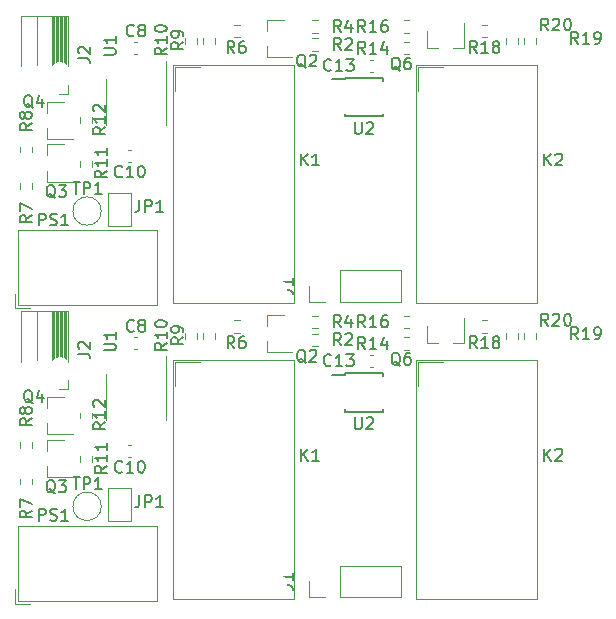
<source format=gbr>
%TF.GenerationSoftware,KiCad,Pcbnew,(5.1.10)-1*%
%TF.CreationDate,2022-01-18T18:11:06+07:00*%
%TF.ProjectId,Fan_controller_v3_pnlz1x2,46616e5f-636f-46e7-9472-6f6c6c65725f,rev?*%
%TF.SameCoordinates,Original*%
%TF.FileFunction,Legend,Top*%
%TF.FilePolarity,Positive*%
%FSLAX46Y46*%
G04 Gerber Fmt 4.6, Leading zero omitted, Abs format (unit mm)*
G04 Created by KiCad (PCBNEW (5.1.10)-1) date 2022-01-18 18:11:06*
%MOMM*%
%LPD*%
G01*
G04 APERTURE LIST*
%ADD10C,0.120000*%
%ADD11C,0.150000*%
%ADD12C,2.000000*%
%ADD13C,0.020000*%
%ADD14R,1.600000X1.600000*%
%ADD15C,1.600000*%
%ADD16R,1.750000X2.250000*%
%ADD17O,1.750000X2.250000*%
%ADD18R,0.900000X0.800000*%
%ADD19R,0.800000X0.900000*%
%ADD20R,1.000000X1.000000*%
%ADD21O,1.000000X1.000000*%
%ADD22R,1.100000X0.400000*%
%ADD23O,1.700000X1.700000*%
%ADD24R,1.700000X1.700000*%
G04 APERTURE END LIST*
D10*
%TO.C,C13*%
X74860580Y-67289000D02*
X74579420Y-67289000D01*
X74860580Y-68309000D02*
X74579420Y-68309000D01*
%TO.C,JP1*%
X52371000Y-81354000D02*
X52371000Y-78554000D01*
X52371000Y-78554000D02*
X54371000Y-78554000D01*
X54371000Y-78554000D02*
X54371000Y-81354000D01*
X54371000Y-81354000D02*
X52371000Y-81354000D01*
%TO.C,K1*%
X58113000Y-67942000D02*
X58113000Y-69942000D01*
X58113000Y-67926000D02*
X60213000Y-67926000D01*
X68113000Y-67742000D02*
X57933000Y-67742000D01*
X57933000Y-67742000D02*
X57933000Y-87942000D01*
X57933000Y-87942000D02*
X68133000Y-87942000D01*
X68133000Y-87942000D02*
X68133000Y-67742000D01*
%TO.C,PS1*%
X44571000Y-88349000D02*
X45771000Y-88349000D01*
X44571000Y-87149000D02*
X44571000Y-88349000D01*
X56591000Y-81759000D02*
X56591000Y-88099000D01*
X44821000Y-88099000D02*
X56591000Y-88099000D01*
X44821000Y-81759000D02*
X44821000Y-88099000D01*
X44821000Y-81759000D02*
X56591000Y-81759000D01*
%TO.C,Q3*%
X47261000Y-74474000D02*
X48721000Y-74474000D01*
X47261000Y-77634000D02*
X49421000Y-77634000D01*
X47261000Y-77634000D02*
X47261000Y-76704000D01*
X47261000Y-74474000D02*
X47261000Y-75404000D01*
%TO.C,Q4*%
X47261000Y-70852000D02*
X48721000Y-70852000D01*
X47261000Y-74012000D02*
X49421000Y-74012000D01*
X47261000Y-74012000D02*
X47261000Y-73082000D01*
X47261000Y-70852000D02*
X47261000Y-71782000D01*
%TO.C,R6*%
X63577258Y-64355500D02*
X63102742Y-64355500D01*
X63577258Y-65400500D02*
X63102742Y-65400500D01*
%TO.C,R18*%
X84058742Y-65400500D02*
X84533258Y-65400500D01*
X84058742Y-64355500D02*
X84533258Y-64355500D01*
%TO.C,R9*%
X60468500Y-65466742D02*
X60468500Y-65941258D01*
X61513500Y-65466742D02*
X61513500Y-65941258D01*
%TO.C,R10*%
X58944500Y-65466742D02*
X58944500Y-65941258D01*
X59989500Y-65466742D02*
X59989500Y-65941258D01*
%TO.C,R19*%
X87646500Y-65466742D02*
X87646500Y-65941258D01*
X88691500Y-65466742D02*
X88691500Y-65941258D01*
%TO.C,R20*%
X86122500Y-65466742D02*
X86122500Y-65941258D01*
X87167500Y-65466742D02*
X87167500Y-65941258D01*
%TO.C,R7*%
X44974500Y-77784742D02*
X44974500Y-78259258D01*
X46019500Y-77784742D02*
X46019500Y-78259258D01*
%TO.C,Q6*%
X79411000Y-66320500D02*
X79411000Y-64860500D01*
X82571000Y-66320500D02*
X82571000Y-64160500D01*
X82571000Y-66320500D02*
X81641000Y-66320500D01*
X79411000Y-66320500D02*
X80341000Y-66320500D01*
%TO.C,R2*%
X69706742Y-66543500D02*
X70181258Y-66543500D01*
X69706742Y-65498500D02*
X70181258Y-65498500D01*
%TO.C,R4*%
X70181258Y-63974500D02*
X69706742Y-63974500D01*
X70181258Y-65019500D02*
X69706742Y-65019500D01*
%TO.C,R14*%
X77453742Y-66861000D02*
X77928258Y-66861000D01*
X77453742Y-65816000D02*
X77928258Y-65816000D01*
%TO.C,R8*%
X46019500Y-75148758D02*
X46019500Y-74674242D01*
X44974500Y-75148758D02*
X44974500Y-74674242D01*
%TO.C,R11*%
X50054500Y-75879742D02*
X50054500Y-76354258D01*
X51099500Y-75879742D02*
X51099500Y-76354258D01*
%TO.C,R12*%
X50054500Y-72196742D02*
X50054500Y-72671258D01*
X51099500Y-72196742D02*
X51099500Y-72671258D01*
%TO.C,TP1*%
X51840500Y-80118000D02*
G75*
G03*
X51840500Y-80118000I-1200000J0D01*
G01*
%TO.C,R16*%
X77454742Y-65019500D02*
X77929258Y-65019500D01*
X77454742Y-63974500D02*
X77929258Y-63974500D01*
%TO.C,U1*%
X57328000Y-70847000D02*
X57328000Y-67397000D01*
X57328000Y-70847000D02*
X57328000Y-72797000D01*
X52208000Y-70847000D02*
X52208000Y-68897000D01*
X52208000Y-70847000D02*
X52208000Y-72797000D01*
%TO.C,J2*%
X48866000Y-63570000D02*
X48866000Y-67683034D01*
X48756000Y-63570000D02*
X48756000Y-67578855D01*
X48646000Y-63570000D02*
X48646000Y-67508007D01*
X48536000Y-63570000D02*
X48536000Y-67460573D01*
X48426000Y-63570000D02*
X48426000Y-67432086D01*
X48316000Y-63570000D02*
X48316000Y-67420411D01*
X48206000Y-63570000D02*
X48206000Y-67424768D01*
X48096000Y-63570000D02*
X48096000Y-67445442D01*
X47986000Y-63570000D02*
X47986000Y-67483886D01*
X47876000Y-63570000D02*
X47876000Y-67543309D01*
X47766000Y-63570000D02*
X47766000Y-67630477D01*
X47656000Y-63570000D02*
X47656000Y-67762418D01*
X46386000Y-63570000D02*
X46386000Y-67762418D01*
X48986000Y-63570000D02*
X48986000Y-67872470D01*
X45056000Y-63570000D02*
X45056000Y-67872470D01*
X48986000Y-63570000D02*
X45056000Y-63570000D01*
X49051000Y-70210000D02*
X48291000Y-70210000D01*
X49051000Y-69450000D02*
X49051000Y-70210000D01*
D11*
%TO.C,U2*%
X72447000Y-68966000D02*
X71372000Y-68966000D01*
X72447000Y-72091000D02*
X75697000Y-72091000D01*
X72447000Y-68841000D02*
X75697000Y-68841000D01*
X72447000Y-72091000D02*
X72447000Y-71866000D01*
X75697000Y-72091000D02*
X75697000Y-71866000D01*
X75697000Y-68841000D02*
X75697000Y-69066000D01*
X72447000Y-68841000D02*
X72447000Y-68966000D01*
D10*
%TO.C,J1*%
X69440000Y-87798000D02*
X69440000Y-86468000D01*
X70770000Y-87798000D02*
X69440000Y-87798000D01*
X72040000Y-87798000D02*
X72040000Y-85138000D01*
X72040000Y-85138000D02*
X77180000Y-85138000D01*
X72040000Y-87798000D02*
X77180000Y-87798000D01*
X77180000Y-87798000D02*
X77180000Y-85138000D01*
%TO.C,K2*%
X78687000Y-67942000D02*
X78687000Y-69942000D01*
X78687000Y-67926000D02*
X80787000Y-67926000D01*
X88687000Y-67742000D02*
X78507000Y-67742000D01*
X78507000Y-67742000D02*
X78507000Y-87942000D01*
X78507000Y-87942000D02*
X88707000Y-87942000D01*
X88707000Y-87942000D02*
X88707000Y-67742000D01*
%TO.C,C8*%
X54614420Y-66785000D02*
X54895580Y-66785000D01*
X54614420Y-65765000D02*
X54895580Y-65765000D01*
%TO.C,C10*%
X54106420Y-75929000D02*
X54387580Y-75929000D01*
X54106420Y-74909000D02*
X54387580Y-74909000D01*
%TO.C,Q2*%
X65835000Y-63930500D02*
X67295000Y-63930500D01*
X65835000Y-67090500D02*
X67995000Y-67090500D01*
X65835000Y-67090500D02*
X65835000Y-66160500D01*
X65835000Y-63930500D02*
X65835000Y-64860500D01*
%TO.C,J2*%
X49051000Y-44450000D02*
X49051000Y-45210000D01*
X49051000Y-45210000D02*
X48291000Y-45210000D01*
X48986000Y-38570000D02*
X45056000Y-38570000D01*
X45056000Y-38570000D02*
X45056000Y-42872470D01*
X48986000Y-38570000D02*
X48986000Y-42872470D01*
X46386000Y-38570000D02*
X46386000Y-42762418D01*
X47656000Y-38570000D02*
X47656000Y-42762418D01*
X47766000Y-38570000D02*
X47766000Y-42630477D01*
X47876000Y-38570000D02*
X47876000Y-42543309D01*
X47986000Y-38570000D02*
X47986000Y-42483886D01*
X48096000Y-38570000D02*
X48096000Y-42445442D01*
X48206000Y-38570000D02*
X48206000Y-42424768D01*
X48316000Y-38570000D02*
X48316000Y-42420411D01*
X48426000Y-38570000D02*
X48426000Y-42432086D01*
X48536000Y-38570000D02*
X48536000Y-42460573D01*
X48646000Y-38570000D02*
X48646000Y-42508007D01*
X48756000Y-38570000D02*
X48756000Y-42578855D01*
X48866000Y-38570000D02*
X48866000Y-42683034D01*
%TO.C,U1*%
X52208000Y-45847000D02*
X52208000Y-47797000D01*
X52208000Y-45847000D02*
X52208000Y-43897000D01*
X57328000Y-45847000D02*
X57328000Y-47797000D01*
X57328000Y-45847000D02*
X57328000Y-42397000D01*
%TO.C,R16*%
X77454742Y-38974500D02*
X77929258Y-38974500D01*
X77454742Y-40019500D02*
X77929258Y-40019500D01*
%TO.C,R14*%
X77453742Y-40816000D02*
X77928258Y-40816000D01*
X77453742Y-41861000D02*
X77928258Y-41861000D01*
%TO.C,R4*%
X70181258Y-40019500D02*
X69706742Y-40019500D01*
X70181258Y-38974500D02*
X69706742Y-38974500D01*
%TO.C,R2*%
X69706742Y-40498500D02*
X70181258Y-40498500D01*
X69706742Y-41543500D02*
X70181258Y-41543500D01*
%TO.C,Q6*%
X79411000Y-41320500D02*
X80341000Y-41320500D01*
X82571000Y-41320500D02*
X81641000Y-41320500D01*
X82571000Y-41320500D02*
X82571000Y-39160500D01*
X79411000Y-41320500D02*
X79411000Y-39860500D01*
%TO.C,Q2*%
X65835000Y-38930500D02*
X65835000Y-39860500D01*
X65835000Y-42090500D02*
X65835000Y-41160500D01*
X65835000Y-42090500D02*
X67995000Y-42090500D01*
X65835000Y-38930500D02*
X67295000Y-38930500D01*
%TO.C,C10*%
X54106420Y-49909000D02*
X54387580Y-49909000D01*
X54106420Y-50929000D02*
X54387580Y-50929000D01*
%TO.C,C8*%
X54614420Y-40765000D02*
X54895580Y-40765000D01*
X54614420Y-41785000D02*
X54895580Y-41785000D01*
%TO.C,K2*%
X88707000Y-62942000D02*
X88707000Y-42742000D01*
X78507000Y-62942000D02*
X88707000Y-62942000D01*
X78507000Y-42742000D02*
X78507000Y-62942000D01*
X88687000Y-42742000D02*
X78507000Y-42742000D01*
X78687000Y-42926000D02*
X80787000Y-42926000D01*
X78687000Y-42942000D02*
X78687000Y-44942000D01*
%TO.C,J1*%
X77180000Y-62798000D02*
X77180000Y-60138000D01*
X72040000Y-62798000D02*
X77180000Y-62798000D01*
X72040000Y-60138000D02*
X77180000Y-60138000D01*
X72040000Y-62798000D02*
X72040000Y-60138000D01*
X70770000Y-62798000D02*
X69440000Y-62798000D01*
X69440000Y-62798000D02*
X69440000Y-61468000D01*
D11*
%TO.C,U2*%
X72447000Y-43841000D02*
X72447000Y-43966000D01*
X75697000Y-43841000D02*
X75697000Y-44066000D01*
X75697000Y-47091000D02*
X75697000Y-46866000D01*
X72447000Y-47091000D02*
X72447000Y-46866000D01*
X72447000Y-43841000D02*
X75697000Y-43841000D01*
X72447000Y-47091000D02*
X75697000Y-47091000D01*
X72447000Y-43966000D02*
X71372000Y-43966000D01*
D10*
%TO.C,TP1*%
X51840500Y-55118000D02*
G75*
G03*
X51840500Y-55118000I-1200000J0D01*
G01*
%TO.C,R12*%
X51099500Y-47196742D02*
X51099500Y-47671258D01*
X50054500Y-47196742D02*
X50054500Y-47671258D01*
%TO.C,R11*%
X51099500Y-50879742D02*
X51099500Y-51354258D01*
X50054500Y-50879742D02*
X50054500Y-51354258D01*
%TO.C,R8*%
X44974500Y-50148758D02*
X44974500Y-49674242D01*
X46019500Y-50148758D02*
X46019500Y-49674242D01*
%TO.C,R7*%
X46019500Y-52784742D02*
X46019500Y-53259258D01*
X44974500Y-52784742D02*
X44974500Y-53259258D01*
%TO.C,R20*%
X87167500Y-40466742D02*
X87167500Y-40941258D01*
X86122500Y-40466742D02*
X86122500Y-40941258D01*
%TO.C,R19*%
X88691500Y-40466742D02*
X88691500Y-40941258D01*
X87646500Y-40466742D02*
X87646500Y-40941258D01*
%TO.C,R10*%
X59989500Y-40466742D02*
X59989500Y-40941258D01*
X58944500Y-40466742D02*
X58944500Y-40941258D01*
%TO.C,R9*%
X61513500Y-40466742D02*
X61513500Y-40941258D01*
X60468500Y-40466742D02*
X60468500Y-40941258D01*
%TO.C,R18*%
X84058742Y-39355500D02*
X84533258Y-39355500D01*
X84058742Y-40400500D02*
X84533258Y-40400500D01*
%TO.C,R6*%
X63577258Y-40400500D02*
X63102742Y-40400500D01*
X63577258Y-39355500D02*
X63102742Y-39355500D01*
%TO.C,Q4*%
X47261000Y-45852000D02*
X47261000Y-46782000D01*
X47261000Y-49012000D02*
X47261000Y-48082000D01*
X47261000Y-49012000D02*
X49421000Y-49012000D01*
X47261000Y-45852000D02*
X48721000Y-45852000D01*
%TO.C,Q3*%
X47261000Y-49474000D02*
X47261000Y-50404000D01*
X47261000Y-52634000D02*
X47261000Y-51704000D01*
X47261000Y-52634000D02*
X49421000Y-52634000D01*
X47261000Y-49474000D02*
X48721000Y-49474000D01*
%TO.C,PS1*%
X44821000Y-56759000D02*
X56591000Y-56759000D01*
X44821000Y-56759000D02*
X44821000Y-63099000D01*
X44821000Y-63099000D02*
X56591000Y-63099000D01*
X56591000Y-56759000D02*
X56591000Y-63099000D01*
X44571000Y-62149000D02*
X44571000Y-63349000D01*
X44571000Y-63349000D02*
X45771000Y-63349000D01*
%TO.C,K1*%
X68133000Y-62942000D02*
X68133000Y-42742000D01*
X57933000Y-62942000D02*
X68133000Y-62942000D01*
X57933000Y-42742000D02*
X57933000Y-62942000D01*
X68113000Y-42742000D02*
X57933000Y-42742000D01*
X58113000Y-42926000D02*
X60213000Y-42926000D01*
X58113000Y-42942000D02*
X58113000Y-44942000D01*
%TO.C,JP1*%
X54371000Y-56354000D02*
X52371000Y-56354000D01*
X54371000Y-53554000D02*
X54371000Y-56354000D01*
X52371000Y-53554000D02*
X54371000Y-53554000D01*
X52371000Y-56354000D02*
X52371000Y-53554000D01*
%TO.C,C13*%
X74860580Y-43309000D02*
X74579420Y-43309000D01*
X74860580Y-42289000D02*
X74579420Y-42289000D01*
D11*
X71296142Y-68156142D02*
X71248523Y-68203761D01*
X71105666Y-68251380D01*
X71010428Y-68251380D01*
X70867571Y-68203761D01*
X70772333Y-68108523D01*
X70724714Y-68013285D01*
X70677095Y-67822809D01*
X70677095Y-67679952D01*
X70724714Y-67489476D01*
X70772333Y-67394238D01*
X70867571Y-67299000D01*
X71010428Y-67251380D01*
X71105666Y-67251380D01*
X71248523Y-67299000D01*
X71296142Y-67346619D01*
X72248523Y-68251380D02*
X71677095Y-68251380D01*
X71962809Y-68251380D02*
X71962809Y-67251380D01*
X71867571Y-67394238D01*
X71772333Y-67489476D01*
X71677095Y-67537095D01*
X72581857Y-67251380D02*
X73200904Y-67251380D01*
X72867571Y-67632333D01*
X73010428Y-67632333D01*
X73105666Y-67679952D01*
X73153285Y-67727571D01*
X73200904Y-67822809D01*
X73200904Y-68060904D01*
X73153285Y-68156142D01*
X73105666Y-68203761D01*
X73010428Y-68251380D01*
X72724714Y-68251380D01*
X72629476Y-68203761D01*
X72581857Y-68156142D01*
%TO.C,JP1*%
X55077666Y-79189380D02*
X55077666Y-79903666D01*
X55030047Y-80046523D01*
X54934809Y-80141761D01*
X54791952Y-80189380D01*
X54696714Y-80189380D01*
X55553857Y-80189380D02*
X55553857Y-79189380D01*
X55934809Y-79189380D01*
X56030047Y-79237000D01*
X56077666Y-79284619D01*
X56125285Y-79379857D01*
X56125285Y-79522714D01*
X56077666Y-79617952D01*
X56030047Y-79665571D01*
X55934809Y-79713190D01*
X55553857Y-79713190D01*
X57077666Y-80189380D02*
X56506238Y-80189380D01*
X56791952Y-80189380D02*
X56791952Y-79189380D01*
X56696714Y-79332238D01*
X56601476Y-79427476D01*
X56506238Y-79475095D01*
%TO.C,K1*%
X68761904Y-76252380D02*
X68761904Y-75252380D01*
X69333333Y-76252380D02*
X68904761Y-75680952D01*
X69333333Y-75252380D02*
X68761904Y-75823809D01*
X70285714Y-76252380D02*
X69714285Y-76252380D01*
X70000000Y-76252380D02*
X70000000Y-75252380D01*
X69904761Y-75395238D01*
X69809523Y-75490476D01*
X69714285Y-75538095D01*
%TO.C,PS1*%
X46568714Y-81332380D02*
X46568714Y-80332380D01*
X46949666Y-80332380D01*
X47044904Y-80380000D01*
X47092523Y-80427619D01*
X47140142Y-80522857D01*
X47140142Y-80665714D01*
X47092523Y-80760952D01*
X47044904Y-80808571D01*
X46949666Y-80856190D01*
X46568714Y-80856190D01*
X47521095Y-81284761D02*
X47663952Y-81332380D01*
X47902047Y-81332380D01*
X47997285Y-81284761D01*
X48044904Y-81237142D01*
X48092523Y-81141904D01*
X48092523Y-81046666D01*
X48044904Y-80951428D01*
X47997285Y-80903809D01*
X47902047Y-80856190D01*
X47711571Y-80808571D01*
X47616333Y-80760952D01*
X47568714Y-80713333D01*
X47521095Y-80618095D01*
X47521095Y-80522857D01*
X47568714Y-80427619D01*
X47616333Y-80380000D01*
X47711571Y-80332380D01*
X47949666Y-80332380D01*
X48092523Y-80380000D01*
X49044904Y-81332380D02*
X48473476Y-81332380D01*
X48759190Y-81332380D02*
X48759190Y-80332380D01*
X48663952Y-80475238D01*
X48568714Y-80570476D01*
X48473476Y-80618095D01*
%TO.C,Q3*%
X47941761Y-79014619D02*
X47846523Y-78967000D01*
X47751285Y-78871761D01*
X47608428Y-78728904D01*
X47513190Y-78681285D01*
X47417952Y-78681285D01*
X47465571Y-78919380D02*
X47370333Y-78871761D01*
X47275095Y-78776523D01*
X47227476Y-78586047D01*
X47227476Y-78252714D01*
X47275095Y-78062238D01*
X47370333Y-77967000D01*
X47465571Y-77919380D01*
X47656047Y-77919380D01*
X47751285Y-77967000D01*
X47846523Y-78062238D01*
X47894142Y-78252714D01*
X47894142Y-78586047D01*
X47846523Y-78776523D01*
X47751285Y-78871761D01*
X47656047Y-78919380D01*
X47465571Y-78919380D01*
X48227476Y-77919380D02*
X48846523Y-77919380D01*
X48513190Y-78300333D01*
X48656047Y-78300333D01*
X48751285Y-78347952D01*
X48798904Y-78395571D01*
X48846523Y-78490809D01*
X48846523Y-78728904D01*
X48798904Y-78824142D01*
X48751285Y-78871761D01*
X48656047Y-78919380D01*
X48370333Y-78919380D01*
X48275095Y-78871761D01*
X48227476Y-78824142D01*
%TO.C,Q4*%
X46036761Y-71394619D02*
X45941523Y-71347000D01*
X45846285Y-71251761D01*
X45703428Y-71108904D01*
X45608190Y-71061285D01*
X45512952Y-71061285D01*
X45560571Y-71299380D02*
X45465333Y-71251761D01*
X45370095Y-71156523D01*
X45322476Y-70966047D01*
X45322476Y-70632714D01*
X45370095Y-70442238D01*
X45465333Y-70347000D01*
X45560571Y-70299380D01*
X45751047Y-70299380D01*
X45846285Y-70347000D01*
X45941523Y-70442238D01*
X45989142Y-70632714D01*
X45989142Y-70966047D01*
X45941523Y-71156523D01*
X45846285Y-71251761D01*
X45751047Y-71299380D01*
X45560571Y-71299380D01*
X46846285Y-70632714D02*
X46846285Y-71299380D01*
X46608190Y-70251761D02*
X46370095Y-70966047D01*
X46989142Y-70966047D01*
%TO.C,R6*%
X63110333Y-66727380D02*
X62777000Y-66251190D01*
X62538904Y-66727380D02*
X62538904Y-65727380D01*
X62919857Y-65727380D01*
X63015095Y-65775000D01*
X63062714Y-65822619D01*
X63110333Y-65917857D01*
X63110333Y-66060714D01*
X63062714Y-66155952D01*
X63015095Y-66203571D01*
X62919857Y-66251190D01*
X62538904Y-66251190D01*
X63967476Y-65727380D02*
X63777000Y-65727380D01*
X63681761Y-65775000D01*
X63634142Y-65822619D01*
X63538904Y-65965476D01*
X63491285Y-66155952D01*
X63491285Y-66536904D01*
X63538904Y-66632142D01*
X63586523Y-66679761D01*
X63681761Y-66727380D01*
X63872238Y-66727380D01*
X63967476Y-66679761D01*
X64015095Y-66632142D01*
X64062714Y-66536904D01*
X64062714Y-66298809D01*
X64015095Y-66203571D01*
X63967476Y-66155952D01*
X63872238Y-66108333D01*
X63681761Y-66108333D01*
X63586523Y-66155952D01*
X63538904Y-66203571D01*
X63491285Y-66298809D01*
%TO.C,R18*%
X83652642Y-66727380D02*
X83319309Y-66251190D01*
X83081214Y-66727380D02*
X83081214Y-65727380D01*
X83462166Y-65727380D01*
X83557404Y-65775000D01*
X83605023Y-65822619D01*
X83652642Y-65917857D01*
X83652642Y-66060714D01*
X83605023Y-66155952D01*
X83557404Y-66203571D01*
X83462166Y-66251190D01*
X83081214Y-66251190D01*
X84605023Y-66727380D02*
X84033595Y-66727380D01*
X84319309Y-66727380D02*
X84319309Y-65727380D01*
X84224071Y-65870238D01*
X84128833Y-65965476D01*
X84033595Y-66013095D01*
X85176452Y-66155952D02*
X85081214Y-66108333D01*
X85033595Y-66060714D01*
X84985976Y-65965476D01*
X84985976Y-65917857D01*
X85033595Y-65822619D01*
X85081214Y-65775000D01*
X85176452Y-65727380D01*
X85366928Y-65727380D01*
X85462166Y-65775000D01*
X85509785Y-65822619D01*
X85557404Y-65917857D01*
X85557404Y-65965476D01*
X85509785Y-66060714D01*
X85462166Y-66108333D01*
X85366928Y-66155952D01*
X85176452Y-66155952D01*
X85081214Y-66203571D01*
X85033595Y-66251190D01*
X84985976Y-66346428D01*
X84985976Y-66536904D01*
X85033595Y-66632142D01*
X85081214Y-66679761D01*
X85176452Y-66727380D01*
X85366928Y-66727380D01*
X85462166Y-66679761D01*
X85509785Y-66632142D01*
X85557404Y-66536904D01*
X85557404Y-66346428D01*
X85509785Y-66251190D01*
X85462166Y-66203571D01*
X85366928Y-66155952D01*
%TO.C,R9*%
X58776380Y-65806666D02*
X58300190Y-66140000D01*
X58776380Y-66378095D02*
X57776380Y-66378095D01*
X57776380Y-65997142D01*
X57824000Y-65901904D01*
X57871619Y-65854285D01*
X57966857Y-65806666D01*
X58109714Y-65806666D01*
X58204952Y-65854285D01*
X58252571Y-65901904D01*
X58300190Y-65997142D01*
X58300190Y-66378095D01*
X58776380Y-65330476D02*
X58776380Y-65140000D01*
X58728761Y-65044761D01*
X58681142Y-64997142D01*
X58538285Y-64901904D01*
X58347809Y-64854285D01*
X57966857Y-64854285D01*
X57871619Y-64901904D01*
X57824000Y-64949523D01*
X57776380Y-65044761D01*
X57776380Y-65235238D01*
X57824000Y-65330476D01*
X57871619Y-65378095D01*
X57966857Y-65425714D01*
X58204952Y-65425714D01*
X58300190Y-65378095D01*
X58347809Y-65330476D01*
X58395428Y-65235238D01*
X58395428Y-65044761D01*
X58347809Y-64949523D01*
X58300190Y-64901904D01*
X58204952Y-64854285D01*
%TO.C,R10*%
X57379380Y-66282857D02*
X56903190Y-66616190D01*
X57379380Y-66854285D02*
X56379380Y-66854285D01*
X56379380Y-66473333D01*
X56427000Y-66378095D01*
X56474619Y-66330476D01*
X56569857Y-66282857D01*
X56712714Y-66282857D01*
X56807952Y-66330476D01*
X56855571Y-66378095D01*
X56903190Y-66473333D01*
X56903190Y-66854285D01*
X57379380Y-65330476D02*
X57379380Y-65901904D01*
X57379380Y-65616190D02*
X56379380Y-65616190D01*
X56522238Y-65711428D01*
X56617476Y-65806666D01*
X56665095Y-65901904D01*
X56379380Y-64711428D02*
X56379380Y-64616190D01*
X56427000Y-64520952D01*
X56474619Y-64473333D01*
X56569857Y-64425714D01*
X56760333Y-64378095D01*
X56998428Y-64378095D01*
X57188904Y-64425714D01*
X57284142Y-64473333D01*
X57331761Y-64520952D01*
X57379380Y-64616190D01*
X57379380Y-64711428D01*
X57331761Y-64806666D01*
X57284142Y-64854285D01*
X57188904Y-64901904D01*
X56998428Y-64949523D01*
X56760333Y-64949523D01*
X56569857Y-64901904D01*
X56474619Y-64854285D01*
X56427000Y-64806666D01*
X56379380Y-64711428D01*
%TO.C,R19*%
X92225142Y-65965380D02*
X91891809Y-65489190D01*
X91653714Y-65965380D02*
X91653714Y-64965380D01*
X92034666Y-64965380D01*
X92129904Y-65013000D01*
X92177523Y-65060619D01*
X92225142Y-65155857D01*
X92225142Y-65298714D01*
X92177523Y-65393952D01*
X92129904Y-65441571D01*
X92034666Y-65489190D01*
X91653714Y-65489190D01*
X93177523Y-65965380D02*
X92606095Y-65965380D01*
X92891809Y-65965380D02*
X92891809Y-64965380D01*
X92796571Y-65108238D01*
X92701333Y-65203476D01*
X92606095Y-65251095D01*
X93653714Y-65965380D02*
X93844190Y-65965380D01*
X93939428Y-65917761D01*
X93987047Y-65870142D01*
X94082285Y-65727285D01*
X94129904Y-65536809D01*
X94129904Y-65155857D01*
X94082285Y-65060619D01*
X94034666Y-65013000D01*
X93939428Y-64965380D01*
X93748952Y-64965380D01*
X93653714Y-65013000D01*
X93606095Y-65060619D01*
X93558476Y-65155857D01*
X93558476Y-65393952D01*
X93606095Y-65489190D01*
X93653714Y-65536809D01*
X93748952Y-65584428D01*
X93939428Y-65584428D01*
X94034666Y-65536809D01*
X94082285Y-65489190D01*
X94129904Y-65393952D01*
%TO.C,R20*%
X89685142Y-64822380D02*
X89351809Y-64346190D01*
X89113714Y-64822380D02*
X89113714Y-63822380D01*
X89494666Y-63822380D01*
X89589904Y-63870000D01*
X89637523Y-63917619D01*
X89685142Y-64012857D01*
X89685142Y-64155714D01*
X89637523Y-64250952D01*
X89589904Y-64298571D01*
X89494666Y-64346190D01*
X89113714Y-64346190D01*
X90066095Y-63917619D02*
X90113714Y-63870000D01*
X90208952Y-63822380D01*
X90447047Y-63822380D01*
X90542285Y-63870000D01*
X90589904Y-63917619D01*
X90637523Y-64012857D01*
X90637523Y-64108095D01*
X90589904Y-64250952D01*
X90018476Y-64822380D01*
X90637523Y-64822380D01*
X91256571Y-63822380D02*
X91351809Y-63822380D01*
X91447047Y-63870000D01*
X91494666Y-63917619D01*
X91542285Y-64012857D01*
X91589904Y-64203333D01*
X91589904Y-64441428D01*
X91542285Y-64631904D01*
X91494666Y-64727142D01*
X91447047Y-64774761D01*
X91351809Y-64822380D01*
X91256571Y-64822380D01*
X91161333Y-64774761D01*
X91113714Y-64727142D01*
X91066095Y-64631904D01*
X91018476Y-64441428D01*
X91018476Y-64203333D01*
X91066095Y-64012857D01*
X91113714Y-63917619D01*
X91161333Y-63870000D01*
X91256571Y-63822380D01*
%TO.C,R7*%
X45949380Y-80474666D02*
X45473190Y-80808000D01*
X45949380Y-81046095D02*
X44949380Y-81046095D01*
X44949380Y-80665142D01*
X44997000Y-80569904D01*
X45044619Y-80522285D01*
X45139857Y-80474666D01*
X45282714Y-80474666D01*
X45377952Y-80522285D01*
X45425571Y-80569904D01*
X45473190Y-80665142D01*
X45473190Y-81046095D01*
X44949380Y-80141333D02*
X44949380Y-79474666D01*
X45949380Y-79903238D01*
%TO.C,Q6*%
X77151761Y-68219619D02*
X77056523Y-68172000D01*
X76961285Y-68076761D01*
X76818428Y-67933904D01*
X76723190Y-67886285D01*
X76627952Y-67886285D01*
X76675571Y-68124380D02*
X76580333Y-68076761D01*
X76485095Y-67981523D01*
X76437476Y-67791047D01*
X76437476Y-67457714D01*
X76485095Y-67267238D01*
X76580333Y-67172000D01*
X76675571Y-67124380D01*
X76866047Y-67124380D01*
X76961285Y-67172000D01*
X77056523Y-67267238D01*
X77104142Y-67457714D01*
X77104142Y-67791047D01*
X77056523Y-67981523D01*
X76961285Y-68076761D01*
X76866047Y-68124380D01*
X76675571Y-68124380D01*
X77961285Y-67124380D02*
X77770809Y-67124380D01*
X77675571Y-67172000D01*
X77627952Y-67219619D01*
X77532714Y-67362476D01*
X77485095Y-67552952D01*
X77485095Y-67933904D01*
X77532714Y-68029142D01*
X77580333Y-68076761D01*
X77675571Y-68124380D01*
X77866047Y-68124380D01*
X77961285Y-68076761D01*
X78008904Y-68029142D01*
X78056523Y-67933904D01*
X78056523Y-67695809D01*
X78008904Y-67600571D01*
X77961285Y-67552952D01*
X77866047Y-67505333D01*
X77675571Y-67505333D01*
X77580333Y-67552952D01*
X77532714Y-67600571D01*
X77485095Y-67695809D01*
%TO.C,R2*%
X72127333Y-66473380D02*
X71794000Y-65997190D01*
X71555904Y-66473380D02*
X71555904Y-65473380D01*
X71936857Y-65473380D01*
X72032095Y-65521000D01*
X72079714Y-65568619D01*
X72127333Y-65663857D01*
X72127333Y-65806714D01*
X72079714Y-65901952D01*
X72032095Y-65949571D01*
X71936857Y-65997190D01*
X71555904Y-65997190D01*
X72508285Y-65568619D02*
X72555904Y-65521000D01*
X72651142Y-65473380D01*
X72889238Y-65473380D01*
X72984476Y-65521000D01*
X73032095Y-65568619D01*
X73079714Y-65663857D01*
X73079714Y-65759095D01*
X73032095Y-65901952D01*
X72460666Y-66473380D01*
X73079714Y-66473380D01*
%TO.C,R4*%
X72127333Y-64949380D02*
X71794000Y-64473190D01*
X71555904Y-64949380D02*
X71555904Y-63949380D01*
X71936857Y-63949380D01*
X72032095Y-63997000D01*
X72079714Y-64044619D01*
X72127333Y-64139857D01*
X72127333Y-64282714D01*
X72079714Y-64377952D01*
X72032095Y-64425571D01*
X71936857Y-64473190D01*
X71555904Y-64473190D01*
X72984476Y-64282714D02*
X72984476Y-64949380D01*
X72746380Y-63901761D02*
X72508285Y-64616047D01*
X73127333Y-64616047D01*
%TO.C,R14*%
X74191142Y-66790880D02*
X73857809Y-66314690D01*
X73619714Y-66790880D02*
X73619714Y-65790880D01*
X74000666Y-65790880D01*
X74095904Y-65838500D01*
X74143523Y-65886119D01*
X74191142Y-65981357D01*
X74191142Y-66124214D01*
X74143523Y-66219452D01*
X74095904Y-66267071D01*
X74000666Y-66314690D01*
X73619714Y-66314690D01*
X75143523Y-66790880D02*
X74572095Y-66790880D01*
X74857809Y-66790880D02*
X74857809Y-65790880D01*
X74762571Y-65933738D01*
X74667333Y-66028976D01*
X74572095Y-66076595D01*
X76000666Y-66124214D02*
X76000666Y-66790880D01*
X75762571Y-65743261D02*
X75524476Y-66457547D01*
X76143523Y-66457547D01*
%TO.C,R8*%
X45949380Y-72665166D02*
X45473190Y-72998500D01*
X45949380Y-73236595D02*
X44949380Y-73236595D01*
X44949380Y-72855642D01*
X44997000Y-72760404D01*
X45044619Y-72712785D01*
X45139857Y-72665166D01*
X45282714Y-72665166D01*
X45377952Y-72712785D01*
X45425571Y-72760404D01*
X45473190Y-72855642D01*
X45473190Y-73236595D01*
X45377952Y-72093738D02*
X45330333Y-72188976D01*
X45282714Y-72236595D01*
X45187476Y-72284214D01*
X45139857Y-72284214D01*
X45044619Y-72236595D01*
X44997000Y-72188976D01*
X44949380Y-72093738D01*
X44949380Y-71903261D01*
X44997000Y-71808023D01*
X45044619Y-71760404D01*
X45139857Y-71712785D01*
X45187476Y-71712785D01*
X45282714Y-71760404D01*
X45330333Y-71808023D01*
X45377952Y-71903261D01*
X45377952Y-72093738D01*
X45425571Y-72188976D01*
X45473190Y-72236595D01*
X45568428Y-72284214D01*
X45758904Y-72284214D01*
X45854142Y-72236595D01*
X45901761Y-72188976D01*
X45949380Y-72093738D01*
X45949380Y-71903261D01*
X45901761Y-71808023D01*
X45854142Y-71760404D01*
X45758904Y-71712785D01*
X45568428Y-71712785D01*
X45473190Y-71760404D01*
X45425571Y-71808023D01*
X45377952Y-71903261D01*
%TO.C,R11*%
X52299380Y-76696857D02*
X51823190Y-77030190D01*
X52299380Y-77268285D02*
X51299380Y-77268285D01*
X51299380Y-76887333D01*
X51347000Y-76792095D01*
X51394619Y-76744476D01*
X51489857Y-76696857D01*
X51632714Y-76696857D01*
X51727952Y-76744476D01*
X51775571Y-76792095D01*
X51823190Y-76887333D01*
X51823190Y-77268285D01*
X52299380Y-75744476D02*
X52299380Y-76315904D01*
X52299380Y-76030190D02*
X51299380Y-76030190D01*
X51442238Y-76125428D01*
X51537476Y-76220666D01*
X51585095Y-76315904D01*
X52299380Y-74792095D02*
X52299380Y-75363523D01*
X52299380Y-75077809D02*
X51299380Y-75077809D01*
X51442238Y-75173047D01*
X51537476Y-75268285D01*
X51585095Y-75363523D01*
%TO.C,R12*%
X52172380Y-73013857D02*
X51696190Y-73347190D01*
X52172380Y-73585285D02*
X51172380Y-73585285D01*
X51172380Y-73204333D01*
X51220000Y-73109095D01*
X51267619Y-73061476D01*
X51362857Y-73013857D01*
X51505714Y-73013857D01*
X51600952Y-73061476D01*
X51648571Y-73109095D01*
X51696190Y-73204333D01*
X51696190Y-73585285D01*
X52172380Y-72061476D02*
X52172380Y-72632904D01*
X52172380Y-72347190D02*
X51172380Y-72347190D01*
X51315238Y-72442428D01*
X51410476Y-72537666D01*
X51458095Y-72632904D01*
X51267619Y-71680523D02*
X51220000Y-71632904D01*
X51172380Y-71537666D01*
X51172380Y-71299571D01*
X51220000Y-71204333D01*
X51267619Y-71156714D01*
X51362857Y-71109095D01*
X51458095Y-71109095D01*
X51600952Y-71156714D01*
X52172380Y-71728142D01*
X52172380Y-71109095D01*
%TO.C,TP1*%
X49442095Y-77665380D02*
X50013523Y-77665380D01*
X49727809Y-78665380D02*
X49727809Y-77665380D01*
X50346857Y-78665380D02*
X50346857Y-77665380D01*
X50727809Y-77665380D01*
X50823047Y-77713000D01*
X50870666Y-77760619D01*
X50918285Y-77855857D01*
X50918285Y-77998714D01*
X50870666Y-78093952D01*
X50823047Y-78141571D01*
X50727809Y-78189190D01*
X50346857Y-78189190D01*
X51870666Y-78665380D02*
X51299238Y-78665380D01*
X51584952Y-78665380D02*
X51584952Y-77665380D01*
X51489714Y-77808238D01*
X51394476Y-77903476D01*
X51299238Y-77951095D01*
%TO.C,R16*%
X74191142Y-64949380D02*
X73857809Y-64473190D01*
X73619714Y-64949380D02*
X73619714Y-63949380D01*
X74000666Y-63949380D01*
X74095904Y-63997000D01*
X74143523Y-64044619D01*
X74191142Y-64139857D01*
X74191142Y-64282714D01*
X74143523Y-64377952D01*
X74095904Y-64425571D01*
X74000666Y-64473190D01*
X73619714Y-64473190D01*
X75143523Y-64949380D02*
X74572095Y-64949380D01*
X74857809Y-64949380D02*
X74857809Y-63949380D01*
X74762571Y-64092238D01*
X74667333Y-64187476D01*
X74572095Y-64235095D01*
X76000666Y-63949380D02*
X75810190Y-63949380D01*
X75714952Y-63997000D01*
X75667333Y-64044619D01*
X75572095Y-64187476D01*
X75524476Y-64377952D01*
X75524476Y-64758904D01*
X75572095Y-64854142D01*
X75619714Y-64901761D01*
X75714952Y-64949380D01*
X75905428Y-64949380D01*
X76000666Y-64901761D01*
X76048285Y-64854142D01*
X76095904Y-64758904D01*
X76095904Y-64520809D01*
X76048285Y-64425571D01*
X76000666Y-64377952D01*
X75905428Y-64330333D01*
X75714952Y-64330333D01*
X75619714Y-64377952D01*
X75572095Y-64425571D01*
X75524476Y-64520809D01*
%TO.C,U1*%
X52061380Y-66909904D02*
X52870904Y-66909904D01*
X52966142Y-66862285D01*
X53013761Y-66814666D01*
X53061380Y-66719428D01*
X53061380Y-66528952D01*
X53013761Y-66433714D01*
X52966142Y-66386095D01*
X52870904Y-66338476D01*
X52061380Y-66338476D01*
X53061380Y-65338476D02*
X53061380Y-65909904D01*
X53061380Y-65624190D02*
X52061380Y-65624190D01*
X52204238Y-65719428D01*
X52299476Y-65814666D01*
X52347095Y-65909904D01*
%TO.C,J2*%
X49878380Y-67190833D02*
X50592666Y-67190833D01*
X50735523Y-67238452D01*
X50830761Y-67333690D01*
X50878380Y-67476547D01*
X50878380Y-67571785D01*
X49973619Y-66762261D02*
X49926000Y-66714642D01*
X49878380Y-66619404D01*
X49878380Y-66381309D01*
X49926000Y-66286071D01*
X49973619Y-66238452D01*
X50068857Y-66190833D01*
X50164095Y-66190833D01*
X50306952Y-66238452D01*
X50878380Y-66809880D01*
X50878380Y-66190833D01*
%TO.C,U2*%
X73310095Y-72585380D02*
X73310095Y-73394904D01*
X73357714Y-73490142D01*
X73405333Y-73537761D01*
X73500571Y-73585380D01*
X73691047Y-73585380D01*
X73786285Y-73537761D01*
X73833904Y-73490142D01*
X73881523Y-73394904D01*
X73881523Y-72585380D01*
X74310095Y-72680619D02*
X74357714Y-72633000D01*
X74452952Y-72585380D01*
X74691047Y-72585380D01*
X74786285Y-72633000D01*
X74833904Y-72680619D01*
X74881523Y-72775857D01*
X74881523Y-72871095D01*
X74833904Y-73013952D01*
X74262476Y-73585380D01*
X74881523Y-73585380D01*
%TO.C,J1*%
X67047380Y-86801333D02*
X67761666Y-86801333D01*
X67904523Y-86848952D01*
X67999761Y-86944190D01*
X68047380Y-87087047D01*
X68047380Y-87182285D01*
X68047380Y-85801333D02*
X68047380Y-86372761D01*
X68047380Y-86087047D02*
X67047380Y-86087047D01*
X67190238Y-86182285D01*
X67285476Y-86277523D01*
X67333095Y-86372761D01*
%TO.C,K2*%
X89335904Y-76252380D02*
X89335904Y-75252380D01*
X89907333Y-76252380D02*
X89478761Y-75680952D01*
X89907333Y-75252380D02*
X89335904Y-75823809D01*
X90288285Y-75347619D02*
X90335904Y-75300000D01*
X90431142Y-75252380D01*
X90669238Y-75252380D01*
X90764476Y-75300000D01*
X90812095Y-75347619D01*
X90859714Y-75442857D01*
X90859714Y-75538095D01*
X90812095Y-75680952D01*
X90240666Y-76252380D01*
X90859714Y-76252380D01*
%TO.C,C8*%
X54601333Y-65235142D02*
X54553714Y-65282761D01*
X54410857Y-65330380D01*
X54315619Y-65330380D01*
X54172761Y-65282761D01*
X54077523Y-65187523D01*
X54029904Y-65092285D01*
X53982285Y-64901809D01*
X53982285Y-64758952D01*
X54029904Y-64568476D01*
X54077523Y-64473238D01*
X54172761Y-64378000D01*
X54315619Y-64330380D01*
X54410857Y-64330380D01*
X54553714Y-64378000D01*
X54601333Y-64425619D01*
X55172761Y-64758952D02*
X55077523Y-64711333D01*
X55029904Y-64663714D01*
X54982285Y-64568476D01*
X54982285Y-64520857D01*
X55029904Y-64425619D01*
X55077523Y-64378000D01*
X55172761Y-64330380D01*
X55363238Y-64330380D01*
X55458476Y-64378000D01*
X55506095Y-64425619D01*
X55553714Y-64520857D01*
X55553714Y-64568476D01*
X55506095Y-64663714D01*
X55458476Y-64711333D01*
X55363238Y-64758952D01*
X55172761Y-64758952D01*
X55077523Y-64806571D01*
X55029904Y-64854190D01*
X54982285Y-64949428D01*
X54982285Y-65139904D01*
X55029904Y-65235142D01*
X55077523Y-65282761D01*
X55172761Y-65330380D01*
X55363238Y-65330380D01*
X55458476Y-65282761D01*
X55506095Y-65235142D01*
X55553714Y-65139904D01*
X55553714Y-64949428D01*
X55506095Y-64854190D01*
X55458476Y-64806571D01*
X55363238Y-64758952D01*
%TO.C,C10*%
X53604142Y-77173142D02*
X53556523Y-77220761D01*
X53413666Y-77268380D01*
X53318428Y-77268380D01*
X53175571Y-77220761D01*
X53080333Y-77125523D01*
X53032714Y-77030285D01*
X52985095Y-76839809D01*
X52985095Y-76696952D01*
X53032714Y-76506476D01*
X53080333Y-76411238D01*
X53175571Y-76316000D01*
X53318428Y-76268380D01*
X53413666Y-76268380D01*
X53556523Y-76316000D01*
X53604142Y-76363619D01*
X54556523Y-77268380D02*
X53985095Y-77268380D01*
X54270809Y-77268380D02*
X54270809Y-76268380D01*
X54175571Y-76411238D01*
X54080333Y-76506476D01*
X53985095Y-76554095D01*
X55175571Y-76268380D02*
X55270809Y-76268380D01*
X55366047Y-76316000D01*
X55413666Y-76363619D01*
X55461285Y-76458857D01*
X55508904Y-76649333D01*
X55508904Y-76887428D01*
X55461285Y-77077904D01*
X55413666Y-77173142D01*
X55366047Y-77220761D01*
X55270809Y-77268380D01*
X55175571Y-77268380D01*
X55080333Y-77220761D01*
X55032714Y-77173142D01*
X54985095Y-77077904D01*
X54937476Y-76887428D01*
X54937476Y-76649333D01*
X54985095Y-76458857D01*
X55032714Y-76363619D01*
X55080333Y-76316000D01*
X55175571Y-76268380D01*
%TO.C,Q2*%
X69150761Y-67965619D02*
X69055523Y-67918000D01*
X68960285Y-67822761D01*
X68817428Y-67679904D01*
X68722190Y-67632285D01*
X68626952Y-67632285D01*
X68674571Y-67870380D02*
X68579333Y-67822761D01*
X68484095Y-67727523D01*
X68436476Y-67537047D01*
X68436476Y-67203714D01*
X68484095Y-67013238D01*
X68579333Y-66918000D01*
X68674571Y-66870380D01*
X68865047Y-66870380D01*
X68960285Y-66918000D01*
X69055523Y-67013238D01*
X69103142Y-67203714D01*
X69103142Y-67537047D01*
X69055523Y-67727523D01*
X68960285Y-67822761D01*
X68865047Y-67870380D01*
X68674571Y-67870380D01*
X69484095Y-66965619D02*
X69531714Y-66918000D01*
X69626952Y-66870380D01*
X69865047Y-66870380D01*
X69960285Y-66918000D01*
X70007904Y-66965619D01*
X70055523Y-67060857D01*
X70055523Y-67156095D01*
X70007904Y-67298952D01*
X69436476Y-67870380D01*
X70055523Y-67870380D01*
%TO.C,J2*%
X49878380Y-42190833D02*
X50592666Y-42190833D01*
X50735523Y-42238452D01*
X50830761Y-42333690D01*
X50878380Y-42476547D01*
X50878380Y-42571785D01*
X49973619Y-41762261D02*
X49926000Y-41714642D01*
X49878380Y-41619404D01*
X49878380Y-41381309D01*
X49926000Y-41286071D01*
X49973619Y-41238452D01*
X50068857Y-41190833D01*
X50164095Y-41190833D01*
X50306952Y-41238452D01*
X50878380Y-41809880D01*
X50878380Y-41190833D01*
%TO.C,U1*%
X52061380Y-41909904D02*
X52870904Y-41909904D01*
X52966142Y-41862285D01*
X53013761Y-41814666D01*
X53061380Y-41719428D01*
X53061380Y-41528952D01*
X53013761Y-41433714D01*
X52966142Y-41386095D01*
X52870904Y-41338476D01*
X52061380Y-41338476D01*
X53061380Y-40338476D02*
X53061380Y-40909904D01*
X53061380Y-40624190D02*
X52061380Y-40624190D01*
X52204238Y-40719428D01*
X52299476Y-40814666D01*
X52347095Y-40909904D01*
%TO.C,R16*%
X74191142Y-39949380D02*
X73857809Y-39473190D01*
X73619714Y-39949380D02*
X73619714Y-38949380D01*
X74000666Y-38949380D01*
X74095904Y-38997000D01*
X74143523Y-39044619D01*
X74191142Y-39139857D01*
X74191142Y-39282714D01*
X74143523Y-39377952D01*
X74095904Y-39425571D01*
X74000666Y-39473190D01*
X73619714Y-39473190D01*
X75143523Y-39949380D02*
X74572095Y-39949380D01*
X74857809Y-39949380D02*
X74857809Y-38949380D01*
X74762571Y-39092238D01*
X74667333Y-39187476D01*
X74572095Y-39235095D01*
X76000666Y-38949380D02*
X75810190Y-38949380D01*
X75714952Y-38997000D01*
X75667333Y-39044619D01*
X75572095Y-39187476D01*
X75524476Y-39377952D01*
X75524476Y-39758904D01*
X75572095Y-39854142D01*
X75619714Y-39901761D01*
X75714952Y-39949380D01*
X75905428Y-39949380D01*
X76000666Y-39901761D01*
X76048285Y-39854142D01*
X76095904Y-39758904D01*
X76095904Y-39520809D01*
X76048285Y-39425571D01*
X76000666Y-39377952D01*
X75905428Y-39330333D01*
X75714952Y-39330333D01*
X75619714Y-39377952D01*
X75572095Y-39425571D01*
X75524476Y-39520809D01*
%TO.C,R14*%
X74191142Y-41790880D02*
X73857809Y-41314690D01*
X73619714Y-41790880D02*
X73619714Y-40790880D01*
X74000666Y-40790880D01*
X74095904Y-40838500D01*
X74143523Y-40886119D01*
X74191142Y-40981357D01*
X74191142Y-41124214D01*
X74143523Y-41219452D01*
X74095904Y-41267071D01*
X74000666Y-41314690D01*
X73619714Y-41314690D01*
X75143523Y-41790880D02*
X74572095Y-41790880D01*
X74857809Y-41790880D02*
X74857809Y-40790880D01*
X74762571Y-40933738D01*
X74667333Y-41028976D01*
X74572095Y-41076595D01*
X76000666Y-41124214D02*
X76000666Y-41790880D01*
X75762571Y-40743261D02*
X75524476Y-41457547D01*
X76143523Y-41457547D01*
%TO.C,R4*%
X72127333Y-39949380D02*
X71794000Y-39473190D01*
X71555904Y-39949380D02*
X71555904Y-38949380D01*
X71936857Y-38949380D01*
X72032095Y-38997000D01*
X72079714Y-39044619D01*
X72127333Y-39139857D01*
X72127333Y-39282714D01*
X72079714Y-39377952D01*
X72032095Y-39425571D01*
X71936857Y-39473190D01*
X71555904Y-39473190D01*
X72984476Y-39282714D02*
X72984476Y-39949380D01*
X72746380Y-38901761D02*
X72508285Y-39616047D01*
X73127333Y-39616047D01*
%TO.C,R2*%
X72127333Y-41473380D02*
X71794000Y-40997190D01*
X71555904Y-41473380D02*
X71555904Y-40473380D01*
X71936857Y-40473380D01*
X72032095Y-40521000D01*
X72079714Y-40568619D01*
X72127333Y-40663857D01*
X72127333Y-40806714D01*
X72079714Y-40901952D01*
X72032095Y-40949571D01*
X71936857Y-40997190D01*
X71555904Y-40997190D01*
X72508285Y-40568619D02*
X72555904Y-40521000D01*
X72651142Y-40473380D01*
X72889238Y-40473380D01*
X72984476Y-40521000D01*
X73032095Y-40568619D01*
X73079714Y-40663857D01*
X73079714Y-40759095D01*
X73032095Y-40901952D01*
X72460666Y-41473380D01*
X73079714Y-41473380D01*
%TO.C,Q6*%
X77151761Y-43219619D02*
X77056523Y-43172000D01*
X76961285Y-43076761D01*
X76818428Y-42933904D01*
X76723190Y-42886285D01*
X76627952Y-42886285D01*
X76675571Y-43124380D02*
X76580333Y-43076761D01*
X76485095Y-42981523D01*
X76437476Y-42791047D01*
X76437476Y-42457714D01*
X76485095Y-42267238D01*
X76580333Y-42172000D01*
X76675571Y-42124380D01*
X76866047Y-42124380D01*
X76961285Y-42172000D01*
X77056523Y-42267238D01*
X77104142Y-42457714D01*
X77104142Y-42791047D01*
X77056523Y-42981523D01*
X76961285Y-43076761D01*
X76866047Y-43124380D01*
X76675571Y-43124380D01*
X77961285Y-42124380D02*
X77770809Y-42124380D01*
X77675571Y-42172000D01*
X77627952Y-42219619D01*
X77532714Y-42362476D01*
X77485095Y-42552952D01*
X77485095Y-42933904D01*
X77532714Y-43029142D01*
X77580333Y-43076761D01*
X77675571Y-43124380D01*
X77866047Y-43124380D01*
X77961285Y-43076761D01*
X78008904Y-43029142D01*
X78056523Y-42933904D01*
X78056523Y-42695809D01*
X78008904Y-42600571D01*
X77961285Y-42552952D01*
X77866047Y-42505333D01*
X77675571Y-42505333D01*
X77580333Y-42552952D01*
X77532714Y-42600571D01*
X77485095Y-42695809D01*
%TO.C,Q2*%
X69150761Y-42965619D02*
X69055523Y-42918000D01*
X68960285Y-42822761D01*
X68817428Y-42679904D01*
X68722190Y-42632285D01*
X68626952Y-42632285D01*
X68674571Y-42870380D02*
X68579333Y-42822761D01*
X68484095Y-42727523D01*
X68436476Y-42537047D01*
X68436476Y-42203714D01*
X68484095Y-42013238D01*
X68579333Y-41918000D01*
X68674571Y-41870380D01*
X68865047Y-41870380D01*
X68960285Y-41918000D01*
X69055523Y-42013238D01*
X69103142Y-42203714D01*
X69103142Y-42537047D01*
X69055523Y-42727523D01*
X68960285Y-42822761D01*
X68865047Y-42870380D01*
X68674571Y-42870380D01*
X69484095Y-41965619D02*
X69531714Y-41918000D01*
X69626952Y-41870380D01*
X69865047Y-41870380D01*
X69960285Y-41918000D01*
X70007904Y-41965619D01*
X70055523Y-42060857D01*
X70055523Y-42156095D01*
X70007904Y-42298952D01*
X69436476Y-42870380D01*
X70055523Y-42870380D01*
%TO.C,C10*%
X53604142Y-52173142D02*
X53556523Y-52220761D01*
X53413666Y-52268380D01*
X53318428Y-52268380D01*
X53175571Y-52220761D01*
X53080333Y-52125523D01*
X53032714Y-52030285D01*
X52985095Y-51839809D01*
X52985095Y-51696952D01*
X53032714Y-51506476D01*
X53080333Y-51411238D01*
X53175571Y-51316000D01*
X53318428Y-51268380D01*
X53413666Y-51268380D01*
X53556523Y-51316000D01*
X53604142Y-51363619D01*
X54556523Y-52268380D02*
X53985095Y-52268380D01*
X54270809Y-52268380D02*
X54270809Y-51268380D01*
X54175571Y-51411238D01*
X54080333Y-51506476D01*
X53985095Y-51554095D01*
X55175571Y-51268380D02*
X55270809Y-51268380D01*
X55366047Y-51316000D01*
X55413666Y-51363619D01*
X55461285Y-51458857D01*
X55508904Y-51649333D01*
X55508904Y-51887428D01*
X55461285Y-52077904D01*
X55413666Y-52173142D01*
X55366047Y-52220761D01*
X55270809Y-52268380D01*
X55175571Y-52268380D01*
X55080333Y-52220761D01*
X55032714Y-52173142D01*
X54985095Y-52077904D01*
X54937476Y-51887428D01*
X54937476Y-51649333D01*
X54985095Y-51458857D01*
X55032714Y-51363619D01*
X55080333Y-51316000D01*
X55175571Y-51268380D01*
%TO.C,C8*%
X54601333Y-40235142D02*
X54553714Y-40282761D01*
X54410857Y-40330380D01*
X54315619Y-40330380D01*
X54172761Y-40282761D01*
X54077523Y-40187523D01*
X54029904Y-40092285D01*
X53982285Y-39901809D01*
X53982285Y-39758952D01*
X54029904Y-39568476D01*
X54077523Y-39473238D01*
X54172761Y-39378000D01*
X54315619Y-39330380D01*
X54410857Y-39330380D01*
X54553714Y-39378000D01*
X54601333Y-39425619D01*
X55172761Y-39758952D02*
X55077523Y-39711333D01*
X55029904Y-39663714D01*
X54982285Y-39568476D01*
X54982285Y-39520857D01*
X55029904Y-39425619D01*
X55077523Y-39378000D01*
X55172761Y-39330380D01*
X55363238Y-39330380D01*
X55458476Y-39378000D01*
X55506095Y-39425619D01*
X55553714Y-39520857D01*
X55553714Y-39568476D01*
X55506095Y-39663714D01*
X55458476Y-39711333D01*
X55363238Y-39758952D01*
X55172761Y-39758952D01*
X55077523Y-39806571D01*
X55029904Y-39854190D01*
X54982285Y-39949428D01*
X54982285Y-40139904D01*
X55029904Y-40235142D01*
X55077523Y-40282761D01*
X55172761Y-40330380D01*
X55363238Y-40330380D01*
X55458476Y-40282761D01*
X55506095Y-40235142D01*
X55553714Y-40139904D01*
X55553714Y-39949428D01*
X55506095Y-39854190D01*
X55458476Y-39806571D01*
X55363238Y-39758952D01*
%TO.C,K2*%
X89335904Y-51252380D02*
X89335904Y-50252380D01*
X89907333Y-51252380D02*
X89478761Y-50680952D01*
X89907333Y-50252380D02*
X89335904Y-50823809D01*
X90288285Y-50347619D02*
X90335904Y-50300000D01*
X90431142Y-50252380D01*
X90669238Y-50252380D01*
X90764476Y-50300000D01*
X90812095Y-50347619D01*
X90859714Y-50442857D01*
X90859714Y-50538095D01*
X90812095Y-50680952D01*
X90240666Y-51252380D01*
X90859714Y-51252380D01*
%TO.C,J1*%
X67047380Y-61801333D02*
X67761666Y-61801333D01*
X67904523Y-61848952D01*
X67999761Y-61944190D01*
X68047380Y-62087047D01*
X68047380Y-62182285D01*
X68047380Y-60801333D02*
X68047380Y-61372761D01*
X68047380Y-61087047D02*
X67047380Y-61087047D01*
X67190238Y-61182285D01*
X67285476Y-61277523D01*
X67333095Y-61372761D01*
%TO.C,U2*%
X73310095Y-47585380D02*
X73310095Y-48394904D01*
X73357714Y-48490142D01*
X73405333Y-48537761D01*
X73500571Y-48585380D01*
X73691047Y-48585380D01*
X73786285Y-48537761D01*
X73833904Y-48490142D01*
X73881523Y-48394904D01*
X73881523Y-47585380D01*
X74310095Y-47680619D02*
X74357714Y-47633000D01*
X74452952Y-47585380D01*
X74691047Y-47585380D01*
X74786285Y-47633000D01*
X74833904Y-47680619D01*
X74881523Y-47775857D01*
X74881523Y-47871095D01*
X74833904Y-48013952D01*
X74262476Y-48585380D01*
X74881523Y-48585380D01*
%TO.C,TP1*%
X49442095Y-52665380D02*
X50013523Y-52665380D01*
X49727809Y-53665380D02*
X49727809Y-52665380D01*
X50346857Y-53665380D02*
X50346857Y-52665380D01*
X50727809Y-52665380D01*
X50823047Y-52713000D01*
X50870666Y-52760619D01*
X50918285Y-52855857D01*
X50918285Y-52998714D01*
X50870666Y-53093952D01*
X50823047Y-53141571D01*
X50727809Y-53189190D01*
X50346857Y-53189190D01*
X51870666Y-53665380D02*
X51299238Y-53665380D01*
X51584952Y-53665380D02*
X51584952Y-52665380D01*
X51489714Y-52808238D01*
X51394476Y-52903476D01*
X51299238Y-52951095D01*
%TO.C,R12*%
X52172380Y-48013857D02*
X51696190Y-48347190D01*
X52172380Y-48585285D02*
X51172380Y-48585285D01*
X51172380Y-48204333D01*
X51220000Y-48109095D01*
X51267619Y-48061476D01*
X51362857Y-48013857D01*
X51505714Y-48013857D01*
X51600952Y-48061476D01*
X51648571Y-48109095D01*
X51696190Y-48204333D01*
X51696190Y-48585285D01*
X52172380Y-47061476D02*
X52172380Y-47632904D01*
X52172380Y-47347190D02*
X51172380Y-47347190D01*
X51315238Y-47442428D01*
X51410476Y-47537666D01*
X51458095Y-47632904D01*
X51267619Y-46680523D02*
X51220000Y-46632904D01*
X51172380Y-46537666D01*
X51172380Y-46299571D01*
X51220000Y-46204333D01*
X51267619Y-46156714D01*
X51362857Y-46109095D01*
X51458095Y-46109095D01*
X51600952Y-46156714D01*
X52172380Y-46728142D01*
X52172380Y-46109095D01*
%TO.C,R11*%
X52299380Y-51696857D02*
X51823190Y-52030190D01*
X52299380Y-52268285D02*
X51299380Y-52268285D01*
X51299380Y-51887333D01*
X51347000Y-51792095D01*
X51394619Y-51744476D01*
X51489857Y-51696857D01*
X51632714Y-51696857D01*
X51727952Y-51744476D01*
X51775571Y-51792095D01*
X51823190Y-51887333D01*
X51823190Y-52268285D01*
X52299380Y-50744476D02*
X52299380Y-51315904D01*
X52299380Y-51030190D02*
X51299380Y-51030190D01*
X51442238Y-51125428D01*
X51537476Y-51220666D01*
X51585095Y-51315904D01*
X52299380Y-49792095D02*
X52299380Y-50363523D01*
X52299380Y-50077809D02*
X51299380Y-50077809D01*
X51442238Y-50173047D01*
X51537476Y-50268285D01*
X51585095Y-50363523D01*
%TO.C,R8*%
X45949380Y-47665166D02*
X45473190Y-47998500D01*
X45949380Y-48236595D02*
X44949380Y-48236595D01*
X44949380Y-47855642D01*
X44997000Y-47760404D01*
X45044619Y-47712785D01*
X45139857Y-47665166D01*
X45282714Y-47665166D01*
X45377952Y-47712785D01*
X45425571Y-47760404D01*
X45473190Y-47855642D01*
X45473190Y-48236595D01*
X45377952Y-47093738D02*
X45330333Y-47188976D01*
X45282714Y-47236595D01*
X45187476Y-47284214D01*
X45139857Y-47284214D01*
X45044619Y-47236595D01*
X44997000Y-47188976D01*
X44949380Y-47093738D01*
X44949380Y-46903261D01*
X44997000Y-46808023D01*
X45044619Y-46760404D01*
X45139857Y-46712785D01*
X45187476Y-46712785D01*
X45282714Y-46760404D01*
X45330333Y-46808023D01*
X45377952Y-46903261D01*
X45377952Y-47093738D01*
X45425571Y-47188976D01*
X45473190Y-47236595D01*
X45568428Y-47284214D01*
X45758904Y-47284214D01*
X45854142Y-47236595D01*
X45901761Y-47188976D01*
X45949380Y-47093738D01*
X45949380Y-46903261D01*
X45901761Y-46808023D01*
X45854142Y-46760404D01*
X45758904Y-46712785D01*
X45568428Y-46712785D01*
X45473190Y-46760404D01*
X45425571Y-46808023D01*
X45377952Y-46903261D01*
%TO.C,R7*%
X45949380Y-55474666D02*
X45473190Y-55808000D01*
X45949380Y-56046095D02*
X44949380Y-56046095D01*
X44949380Y-55665142D01*
X44997000Y-55569904D01*
X45044619Y-55522285D01*
X45139857Y-55474666D01*
X45282714Y-55474666D01*
X45377952Y-55522285D01*
X45425571Y-55569904D01*
X45473190Y-55665142D01*
X45473190Y-56046095D01*
X44949380Y-55141333D02*
X44949380Y-54474666D01*
X45949380Y-54903238D01*
%TO.C,R20*%
X89685142Y-39822380D02*
X89351809Y-39346190D01*
X89113714Y-39822380D02*
X89113714Y-38822380D01*
X89494666Y-38822380D01*
X89589904Y-38870000D01*
X89637523Y-38917619D01*
X89685142Y-39012857D01*
X89685142Y-39155714D01*
X89637523Y-39250952D01*
X89589904Y-39298571D01*
X89494666Y-39346190D01*
X89113714Y-39346190D01*
X90066095Y-38917619D02*
X90113714Y-38870000D01*
X90208952Y-38822380D01*
X90447047Y-38822380D01*
X90542285Y-38870000D01*
X90589904Y-38917619D01*
X90637523Y-39012857D01*
X90637523Y-39108095D01*
X90589904Y-39250952D01*
X90018476Y-39822380D01*
X90637523Y-39822380D01*
X91256571Y-38822380D02*
X91351809Y-38822380D01*
X91447047Y-38870000D01*
X91494666Y-38917619D01*
X91542285Y-39012857D01*
X91589904Y-39203333D01*
X91589904Y-39441428D01*
X91542285Y-39631904D01*
X91494666Y-39727142D01*
X91447047Y-39774761D01*
X91351809Y-39822380D01*
X91256571Y-39822380D01*
X91161333Y-39774761D01*
X91113714Y-39727142D01*
X91066095Y-39631904D01*
X91018476Y-39441428D01*
X91018476Y-39203333D01*
X91066095Y-39012857D01*
X91113714Y-38917619D01*
X91161333Y-38870000D01*
X91256571Y-38822380D01*
%TO.C,R19*%
X92225142Y-40965380D02*
X91891809Y-40489190D01*
X91653714Y-40965380D02*
X91653714Y-39965380D01*
X92034666Y-39965380D01*
X92129904Y-40013000D01*
X92177523Y-40060619D01*
X92225142Y-40155857D01*
X92225142Y-40298714D01*
X92177523Y-40393952D01*
X92129904Y-40441571D01*
X92034666Y-40489190D01*
X91653714Y-40489190D01*
X93177523Y-40965380D02*
X92606095Y-40965380D01*
X92891809Y-40965380D02*
X92891809Y-39965380D01*
X92796571Y-40108238D01*
X92701333Y-40203476D01*
X92606095Y-40251095D01*
X93653714Y-40965380D02*
X93844190Y-40965380D01*
X93939428Y-40917761D01*
X93987047Y-40870142D01*
X94082285Y-40727285D01*
X94129904Y-40536809D01*
X94129904Y-40155857D01*
X94082285Y-40060619D01*
X94034666Y-40013000D01*
X93939428Y-39965380D01*
X93748952Y-39965380D01*
X93653714Y-40013000D01*
X93606095Y-40060619D01*
X93558476Y-40155857D01*
X93558476Y-40393952D01*
X93606095Y-40489190D01*
X93653714Y-40536809D01*
X93748952Y-40584428D01*
X93939428Y-40584428D01*
X94034666Y-40536809D01*
X94082285Y-40489190D01*
X94129904Y-40393952D01*
%TO.C,R10*%
X57379380Y-41282857D02*
X56903190Y-41616190D01*
X57379380Y-41854285D02*
X56379380Y-41854285D01*
X56379380Y-41473333D01*
X56427000Y-41378095D01*
X56474619Y-41330476D01*
X56569857Y-41282857D01*
X56712714Y-41282857D01*
X56807952Y-41330476D01*
X56855571Y-41378095D01*
X56903190Y-41473333D01*
X56903190Y-41854285D01*
X57379380Y-40330476D02*
X57379380Y-40901904D01*
X57379380Y-40616190D02*
X56379380Y-40616190D01*
X56522238Y-40711428D01*
X56617476Y-40806666D01*
X56665095Y-40901904D01*
X56379380Y-39711428D02*
X56379380Y-39616190D01*
X56427000Y-39520952D01*
X56474619Y-39473333D01*
X56569857Y-39425714D01*
X56760333Y-39378095D01*
X56998428Y-39378095D01*
X57188904Y-39425714D01*
X57284142Y-39473333D01*
X57331761Y-39520952D01*
X57379380Y-39616190D01*
X57379380Y-39711428D01*
X57331761Y-39806666D01*
X57284142Y-39854285D01*
X57188904Y-39901904D01*
X56998428Y-39949523D01*
X56760333Y-39949523D01*
X56569857Y-39901904D01*
X56474619Y-39854285D01*
X56427000Y-39806666D01*
X56379380Y-39711428D01*
%TO.C,R9*%
X58776380Y-40806666D02*
X58300190Y-41140000D01*
X58776380Y-41378095D02*
X57776380Y-41378095D01*
X57776380Y-40997142D01*
X57824000Y-40901904D01*
X57871619Y-40854285D01*
X57966857Y-40806666D01*
X58109714Y-40806666D01*
X58204952Y-40854285D01*
X58252571Y-40901904D01*
X58300190Y-40997142D01*
X58300190Y-41378095D01*
X58776380Y-40330476D02*
X58776380Y-40140000D01*
X58728761Y-40044761D01*
X58681142Y-39997142D01*
X58538285Y-39901904D01*
X58347809Y-39854285D01*
X57966857Y-39854285D01*
X57871619Y-39901904D01*
X57824000Y-39949523D01*
X57776380Y-40044761D01*
X57776380Y-40235238D01*
X57824000Y-40330476D01*
X57871619Y-40378095D01*
X57966857Y-40425714D01*
X58204952Y-40425714D01*
X58300190Y-40378095D01*
X58347809Y-40330476D01*
X58395428Y-40235238D01*
X58395428Y-40044761D01*
X58347809Y-39949523D01*
X58300190Y-39901904D01*
X58204952Y-39854285D01*
%TO.C,R18*%
X83652642Y-41727380D02*
X83319309Y-41251190D01*
X83081214Y-41727380D02*
X83081214Y-40727380D01*
X83462166Y-40727380D01*
X83557404Y-40775000D01*
X83605023Y-40822619D01*
X83652642Y-40917857D01*
X83652642Y-41060714D01*
X83605023Y-41155952D01*
X83557404Y-41203571D01*
X83462166Y-41251190D01*
X83081214Y-41251190D01*
X84605023Y-41727380D02*
X84033595Y-41727380D01*
X84319309Y-41727380D02*
X84319309Y-40727380D01*
X84224071Y-40870238D01*
X84128833Y-40965476D01*
X84033595Y-41013095D01*
X85176452Y-41155952D02*
X85081214Y-41108333D01*
X85033595Y-41060714D01*
X84985976Y-40965476D01*
X84985976Y-40917857D01*
X85033595Y-40822619D01*
X85081214Y-40775000D01*
X85176452Y-40727380D01*
X85366928Y-40727380D01*
X85462166Y-40775000D01*
X85509785Y-40822619D01*
X85557404Y-40917857D01*
X85557404Y-40965476D01*
X85509785Y-41060714D01*
X85462166Y-41108333D01*
X85366928Y-41155952D01*
X85176452Y-41155952D01*
X85081214Y-41203571D01*
X85033595Y-41251190D01*
X84985976Y-41346428D01*
X84985976Y-41536904D01*
X85033595Y-41632142D01*
X85081214Y-41679761D01*
X85176452Y-41727380D01*
X85366928Y-41727380D01*
X85462166Y-41679761D01*
X85509785Y-41632142D01*
X85557404Y-41536904D01*
X85557404Y-41346428D01*
X85509785Y-41251190D01*
X85462166Y-41203571D01*
X85366928Y-41155952D01*
%TO.C,R6*%
X63110333Y-41727380D02*
X62777000Y-41251190D01*
X62538904Y-41727380D02*
X62538904Y-40727380D01*
X62919857Y-40727380D01*
X63015095Y-40775000D01*
X63062714Y-40822619D01*
X63110333Y-40917857D01*
X63110333Y-41060714D01*
X63062714Y-41155952D01*
X63015095Y-41203571D01*
X62919857Y-41251190D01*
X62538904Y-41251190D01*
X63967476Y-40727380D02*
X63777000Y-40727380D01*
X63681761Y-40775000D01*
X63634142Y-40822619D01*
X63538904Y-40965476D01*
X63491285Y-41155952D01*
X63491285Y-41536904D01*
X63538904Y-41632142D01*
X63586523Y-41679761D01*
X63681761Y-41727380D01*
X63872238Y-41727380D01*
X63967476Y-41679761D01*
X64015095Y-41632142D01*
X64062714Y-41536904D01*
X64062714Y-41298809D01*
X64015095Y-41203571D01*
X63967476Y-41155952D01*
X63872238Y-41108333D01*
X63681761Y-41108333D01*
X63586523Y-41155952D01*
X63538904Y-41203571D01*
X63491285Y-41298809D01*
%TO.C,Q4*%
X46036761Y-46394619D02*
X45941523Y-46347000D01*
X45846285Y-46251761D01*
X45703428Y-46108904D01*
X45608190Y-46061285D01*
X45512952Y-46061285D01*
X45560571Y-46299380D02*
X45465333Y-46251761D01*
X45370095Y-46156523D01*
X45322476Y-45966047D01*
X45322476Y-45632714D01*
X45370095Y-45442238D01*
X45465333Y-45347000D01*
X45560571Y-45299380D01*
X45751047Y-45299380D01*
X45846285Y-45347000D01*
X45941523Y-45442238D01*
X45989142Y-45632714D01*
X45989142Y-45966047D01*
X45941523Y-46156523D01*
X45846285Y-46251761D01*
X45751047Y-46299380D01*
X45560571Y-46299380D01*
X46846285Y-45632714D02*
X46846285Y-46299380D01*
X46608190Y-45251761D02*
X46370095Y-45966047D01*
X46989142Y-45966047D01*
%TO.C,Q3*%
X47941761Y-54014619D02*
X47846523Y-53967000D01*
X47751285Y-53871761D01*
X47608428Y-53728904D01*
X47513190Y-53681285D01*
X47417952Y-53681285D01*
X47465571Y-53919380D02*
X47370333Y-53871761D01*
X47275095Y-53776523D01*
X47227476Y-53586047D01*
X47227476Y-53252714D01*
X47275095Y-53062238D01*
X47370333Y-52967000D01*
X47465571Y-52919380D01*
X47656047Y-52919380D01*
X47751285Y-52967000D01*
X47846523Y-53062238D01*
X47894142Y-53252714D01*
X47894142Y-53586047D01*
X47846523Y-53776523D01*
X47751285Y-53871761D01*
X47656047Y-53919380D01*
X47465571Y-53919380D01*
X48227476Y-52919380D02*
X48846523Y-52919380D01*
X48513190Y-53300333D01*
X48656047Y-53300333D01*
X48751285Y-53347952D01*
X48798904Y-53395571D01*
X48846523Y-53490809D01*
X48846523Y-53728904D01*
X48798904Y-53824142D01*
X48751285Y-53871761D01*
X48656047Y-53919380D01*
X48370333Y-53919380D01*
X48275095Y-53871761D01*
X48227476Y-53824142D01*
%TO.C,PS1*%
X46568714Y-56332380D02*
X46568714Y-55332380D01*
X46949666Y-55332380D01*
X47044904Y-55380000D01*
X47092523Y-55427619D01*
X47140142Y-55522857D01*
X47140142Y-55665714D01*
X47092523Y-55760952D01*
X47044904Y-55808571D01*
X46949666Y-55856190D01*
X46568714Y-55856190D01*
X47521095Y-56284761D02*
X47663952Y-56332380D01*
X47902047Y-56332380D01*
X47997285Y-56284761D01*
X48044904Y-56237142D01*
X48092523Y-56141904D01*
X48092523Y-56046666D01*
X48044904Y-55951428D01*
X47997285Y-55903809D01*
X47902047Y-55856190D01*
X47711571Y-55808571D01*
X47616333Y-55760952D01*
X47568714Y-55713333D01*
X47521095Y-55618095D01*
X47521095Y-55522857D01*
X47568714Y-55427619D01*
X47616333Y-55380000D01*
X47711571Y-55332380D01*
X47949666Y-55332380D01*
X48092523Y-55380000D01*
X49044904Y-56332380D02*
X48473476Y-56332380D01*
X48759190Y-56332380D02*
X48759190Y-55332380D01*
X48663952Y-55475238D01*
X48568714Y-55570476D01*
X48473476Y-55618095D01*
%TO.C,K1*%
X68761904Y-51252380D02*
X68761904Y-50252380D01*
X69333333Y-51252380D02*
X68904761Y-50680952D01*
X69333333Y-50252380D02*
X68761904Y-50823809D01*
X70285714Y-51252380D02*
X69714285Y-51252380D01*
X70000000Y-51252380D02*
X70000000Y-50252380D01*
X69904761Y-50395238D01*
X69809523Y-50490476D01*
X69714285Y-50538095D01*
%TO.C,JP1*%
X55077666Y-54189380D02*
X55077666Y-54903666D01*
X55030047Y-55046523D01*
X54934809Y-55141761D01*
X54791952Y-55189380D01*
X54696714Y-55189380D01*
X55553857Y-55189380D02*
X55553857Y-54189380D01*
X55934809Y-54189380D01*
X56030047Y-54237000D01*
X56077666Y-54284619D01*
X56125285Y-54379857D01*
X56125285Y-54522714D01*
X56077666Y-54617952D01*
X56030047Y-54665571D01*
X55934809Y-54713190D01*
X55553857Y-54713190D01*
X57077666Y-55189380D02*
X56506238Y-55189380D01*
X56791952Y-55189380D02*
X56791952Y-54189380D01*
X56696714Y-54332238D01*
X56601476Y-54427476D01*
X56506238Y-54475095D01*
%TO.C,C13*%
X71296142Y-43156142D02*
X71248523Y-43203761D01*
X71105666Y-43251380D01*
X71010428Y-43251380D01*
X70867571Y-43203761D01*
X70772333Y-43108523D01*
X70724714Y-43013285D01*
X70677095Y-42822809D01*
X70677095Y-42679952D01*
X70724714Y-42489476D01*
X70772333Y-42394238D01*
X70867571Y-42299000D01*
X71010428Y-42251380D01*
X71105666Y-42251380D01*
X71248523Y-42299000D01*
X71296142Y-42346619D01*
X72248523Y-43251380D02*
X71677095Y-43251380D01*
X71962809Y-43251380D02*
X71962809Y-42251380D01*
X71867571Y-42394238D01*
X71772333Y-42489476D01*
X71677095Y-42537095D01*
X72581857Y-42251380D02*
X73200904Y-42251380D01*
X72867571Y-42632333D01*
X73010428Y-42632333D01*
X73105666Y-42679952D01*
X73153285Y-42727571D01*
X73200904Y-42822809D01*
X73200904Y-43060904D01*
X73153285Y-43156142D01*
X73105666Y-43203761D01*
X73010428Y-43251380D01*
X72724714Y-43251380D01*
X72629476Y-43203761D01*
X72581857Y-43156142D01*
%TD*%
%LPC*%
%TO.C,C13*%
G36*
G01*
X75945000Y-67549000D02*
X75945000Y-68049000D01*
G75*
G02*
X75720000Y-68274000I-225000J0D01*
G01*
X75270000Y-68274000D01*
G75*
G02*
X75045000Y-68049000I0J225000D01*
G01*
X75045000Y-67549000D01*
G75*
G02*
X75270000Y-67324000I225000J0D01*
G01*
X75720000Y-67324000D01*
G75*
G02*
X75945000Y-67549000I0J-225000D01*
G01*
G37*
G36*
G01*
X74395000Y-67549000D02*
X74395000Y-68049000D01*
G75*
G02*
X74170000Y-68274000I-225000J0D01*
G01*
X73720000Y-68274000D01*
G75*
G02*
X73495000Y-68049000I0J225000D01*
G01*
X73495000Y-67549000D01*
G75*
G02*
X73720000Y-67324000I225000J0D01*
G01*
X74170000Y-67324000D01*
G75*
G02*
X74395000Y-67549000I0J-225000D01*
G01*
G37*
%TD*%
D12*
%TO.C,C7*%
X92741000Y-67545000D03*
X92741000Y-85045000D03*
%TD*%
D13*
%TO.C,JP1*%
G36*
X54121000Y-78729000D02*
G01*
X54121000Y-79879000D01*
X53371000Y-79379000D01*
X52621000Y-79879000D01*
X52621000Y-78729000D01*
X54121000Y-78729000D01*
G37*
G36*
X53371000Y-79679000D02*
G01*
X54121000Y-80179000D01*
X54121000Y-81179000D01*
X52621000Y-81179000D01*
X52621000Y-80179000D01*
X53371000Y-79679000D01*
G37*
%TD*%
D14*
%TO.C,K1*%
X59213000Y-68942000D03*
D15*
X59213000Y-71482000D03*
X59213000Y-76562000D03*
X59213000Y-81642000D03*
X59213000Y-86722000D03*
X66833000Y-86722000D03*
X66833000Y-81642000D03*
X66833000Y-76562000D03*
X66833000Y-71482000D03*
X66833000Y-68942000D03*
%TD*%
D16*
%TO.C,PS1*%
X47021000Y-86849000D03*
D17*
X49561000Y-86849000D03*
X52101000Y-86849000D03*
X54641000Y-86849000D03*
%TD*%
D18*
%TO.C,Q3*%
X49021000Y-77004000D03*
X49021000Y-75104000D03*
X47021000Y-76054000D03*
%TD*%
%TO.C,Q4*%
X49021000Y-73382000D03*
X49021000Y-71482000D03*
X47021000Y-72432000D03*
%TD*%
%TO.C,R6*%
G36*
G01*
X64565000Y-64603000D02*
X64565000Y-65153000D01*
G75*
G02*
X64365000Y-65353000I-200000J0D01*
G01*
X63965000Y-65353000D01*
G75*
G02*
X63765000Y-65153000I0J200000D01*
G01*
X63765000Y-64603000D01*
G75*
G02*
X63965000Y-64403000I200000J0D01*
G01*
X64365000Y-64403000D01*
G75*
G02*
X64565000Y-64603000I0J-200000D01*
G01*
G37*
G36*
G01*
X62915000Y-64603000D02*
X62915000Y-65153000D01*
G75*
G02*
X62715000Y-65353000I-200000J0D01*
G01*
X62315000Y-65353000D01*
G75*
G02*
X62115000Y-65153000I0J200000D01*
G01*
X62115000Y-64603000D01*
G75*
G02*
X62315000Y-64403000I200000J0D01*
G01*
X62715000Y-64403000D01*
G75*
G02*
X62915000Y-64603000I0J-200000D01*
G01*
G37*
%TD*%
%TO.C,R18*%
G36*
G01*
X83071000Y-65153000D02*
X83071000Y-64603000D01*
G75*
G02*
X83271000Y-64403000I200000J0D01*
G01*
X83671000Y-64403000D01*
G75*
G02*
X83871000Y-64603000I0J-200000D01*
G01*
X83871000Y-65153000D01*
G75*
G02*
X83671000Y-65353000I-200000J0D01*
G01*
X83271000Y-65353000D01*
G75*
G02*
X83071000Y-65153000I0J200000D01*
G01*
G37*
G36*
G01*
X84721000Y-65153000D02*
X84721000Y-64603000D01*
G75*
G02*
X84921000Y-64403000I200000J0D01*
G01*
X85321000Y-64403000D01*
G75*
G02*
X85521000Y-64603000I0J-200000D01*
G01*
X85521000Y-65153000D01*
G75*
G02*
X85321000Y-65353000I-200000J0D01*
G01*
X84921000Y-65353000D01*
G75*
G02*
X84721000Y-65153000I0J200000D01*
G01*
G37*
%TD*%
%TO.C,R9*%
G36*
G01*
X60716000Y-64479000D02*
X61266000Y-64479000D01*
G75*
G02*
X61466000Y-64679000I0J-200000D01*
G01*
X61466000Y-65079000D01*
G75*
G02*
X61266000Y-65279000I-200000J0D01*
G01*
X60716000Y-65279000D01*
G75*
G02*
X60516000Y-65079000I0J200000D01*
G01*
X60516000Y-64679000D01*
G75*
G02*
X60716000Y-64479000I200000J0D01*
G01*
G37*
G36*
G01*
X60716000Y-66129000D02*
X61266000Y-66129000D01*
G75*
G02*
X61466000Y-66329000I0J-200000D01*
G01*
X61466000Y-66729000D01*
G75*
G02*
X61266000Y-66929000I-200000J0D01*
G01*
X60716000Y-66929000D01*
G75*
G02*
X60516000Y-66729000I0J200000D01*
G01*
X60516000Y-66329000D01*
G75*
G02*
X60716000Y-66129000I200000J0D01*
G01*
G37*
%TD*%
%TO.C,R10*%
G36*
G01*
X59192000Y-64479000D02*
X59742000Y-64479000D01*
G75*
G02*
X59942000Y-64679000I0J-200000D01*
G01*
X59942000Y-65079000D01*
G75*
G02*
X59742000Y-65279000I-200000J0D01*
G01*
X59192000Y-65279000D01*
G75*
G02*
X58992000Y-65079000I0J200000D01*
G01*
X58992000Y-64679000D01*
G75*
G02*
X59192000Y-64479000I200000J0D01*
G01*
G37*
G36*
G01*
X59192000Y-66129000D02*
X59742000Y-66129000D01*
G75*
G02*
X59942000Y-66329000I0J-200000D01*
G01*
X59942000Y-66729000D01*
G75*
G02*
X59742000Y-66929000I-200000J0D01*
G01*
X59192000Y-66929000D01*
G75*
G02*
X58992000Y-66729000I0J200000D01*
G01*
X58992000Y-66329000D01*
G75*
G02*
X59192000Y-66129000I200000J0D01*
G01*
G37*
%TD*%
%TO.C,R19*%
G36*
G01*
X87894000Y-64479000D02*
X88444000Y-64479000D01*
G75*
G02*
X88644000Y-64679000I0J-200000D01*
G01*
X88644000Y-65079000D01*
G75*
G02*
X88444000Y-65279000I-200000J0D01*
G01*
X87894000Y-65279000D01*
G75*
G02*
X87694000Y-65079000I0J200000D01*
G01*
X87694000Y-64679000D01*
G75*
G02*
X87894000Y-64479000I200000J0D01*
G01*
G37*
G36*
G01*
X87894000Y-66129000D02*
X88444000Y-66129000D01*
G75*
G02*
X88644000Y-66329000I0J-200000D01*
G01*
X88644000Y-66729000D01*
G75*
G02*
X88444000Y-66929000I-200000J0D01*
G01*
X87894000Y-66929000D01*
G75*
G02*
X87694000Y-66729000I0J200000D01*
G01*
X87694000Y-66329000D01*
G75*
G02*
X87894000Y-66129000I200000J0D01*
G01*
G37*
%TD*%
%TO.C,R20*%
G36*
G01*
X86370000Y-64479000D02*
X86920000Y-64479000D01*
G75*
G02*
X87120000Y-64679000I0J-200000D01*
G01*
X87120000Y-65079000D01*
G75*
G02*
X86920000Y-65279000I-200000J0D01*
G01*
X86370000Y-65279000D01*
G75*
G02*
X86170000Y-65079000I0J200000D01*
G01*
X86170000Y-64679000D01*
G75*
G02*
X86370000Y-64479000I200000J0D01*
G01*
G37*
G36*
G01*
X86370000Y-66129000D02*
X86920000Y-66129000D01*
G75*
G02*
X87120000Y-66329000I0J-200000D01*
G01*
X87120000Y-66729000D01*
G75*
G02*
X86920000Y-66929000I-200000J0D01*
G01*
X86370000Y-66929000D01*
G75*
G02*
X86170000Y-66729000I0J200000D01*
G01*
X86170000Y-66329000D01*
G75*
G02*
X86370000Y-66129000I200000J0D01*
G01*
G37*
%TD*%
%TO.C,R7*%
G36*
G01*
X45222000Y-76797000D02*
X45772000Y-76797000D01*
G75*
G02*
X45972000Y-76997000I0J-200000D01*
G01*
X45972000Y-77397000D01*
G75*
G02*
X45772000Y-77597000I-200000J0D01*
G01*
X45222000Y-77597000D01*
G75*
G02*
X45022000Y-77397000I0J200000D01*
G01*
X45022000Y-76997000D01*
G75*
G02*
X45222000Y-76797000I200000J0D01*
G01*
G37*
G36*
G01*
X45222000Y-78447000D02*
X45772000Y-78447000D01*
G75*
G02*
X45972000Y-78647000I0J-200000D01*
G01*
X45972000Y-79047000D01*
G75*
G02*
X45772000Y-79247000I-200000J0D01*
G01*
X45222000Y-79247000D01*
G75*
G02*
X45022000Y-79047000I0J200000D01*
G01*
X45022000Y-78647000D01*
G75*
G02*
X45222000Y-78447000I200000J0D01*
G01*
G37*
%TD*%
D19*
%TO.C,Q6*%
X81941000Y-64560500D03*
X80041000Y-64560500D03*
X80991000Y-66560500D03*
%TD*%
%TO.C,R2*%
G36*
G01*
X68719000Y-66296000D02*
X68719000Y-65746000D01*
G75*
G02*
X68919000Y-65546000I200000J0D01*
G01*
X69319000Y-65546000D01*
G75*
G02*
X69519000Y-65746000I0J-200000D01*
G01*
X69519000Y-66296000D01*
G75*
G02*
X69319000Y-66496000I-200000J0D01*
G01*
X68919000Y-66496000D01*
G75*
G02*
X68719000Y-66296000I0J200000D01*
G01*
G37*
G36*
G01*
X70369000Y-66296000D02*
X70369000Y-65746000D01*
G75*
G02*
X70569000Y-65546000I200000J0D01*
G01*
X70969000Y-65546000D01*
G75*
G02*
X71169000Y-65746000I0J-200000D01*
G01*
X71169000Y-66296000D01*
G75*
G02*
X70969000Y-66496000I-200000J0D01*
G01*
X70569000Y-66496000D01*
G75*
G02*
X70369000Y-66296000I0J200000D01*
G01*
G37*
%TD*%
%TO.C,R4*%
G36*
G01*
X71169000Y-64222000D02*
X71169000Y-64772000D01*
G75*
G02*
X70969000Y-64972000I-200000J0D01*
G01*
X70569000Y-64972000D01*
G75*
G02*
X70369000Y-64772000I0J200000D01*
G01*
X70369000Y-64222000D01*
G75*
G02*
X70569000Y-64022000I200000J0D01*
G01*
X70969000Y-64022000D01*
G75*
G02*
X71169000Y-64222000I0J-200000D01*
G01*
G37*
G36*
G01*
X69519000Y-64222000D02*
X69519000Y-64772000D01*
G75*
G02*
X69319000Y-64972000I-200000J0D01*
G01*
X68919000Y-64972000D01*
G75*
G02*
X68719000Y-64772000I0J200000D01*
G01*
X68719000Y-64222000D01*
G75*
G02*
X68919000Y-64022000I200000J0D01*
G01*
X69319000Y-64022000D01*
G75*
G02*
X69519000Y-64222000I0J-200000D01*
G01*
G37*
%TD*%
%TO.C,R14*%
G36*
G01*
X76466000Y-66613500D02*
X76466000Y-66063500D01*
G75*
G02*
X76666000Y-65863500I200000J0D01*
G01*
X77066000Y-65863500D01*
G75*
G02*
X77266000Y-66063500I0J-200000D01*
G01*
X77266000Y-66613500D01*
G75*
G02*
X77066000Y-66813500I-200000J0D01*
G01*
X76666000Y-66813500D01*
G75*
G02*
X76466000Y-66613500I0J200000D01*
G01*
G37*
G36*
G01*
X78116000Y-66613500D02*
X78116000Y-66063500D01*
G75*
G02*
X78316000Y-65863500I200000J0D01*
G01*
X78716000Y-65863500D01*
G75*
G02*
X78916000Y-66063500I0J-200000D01*
G01*
X78916000Y-66613500D01*
G75*
G02*
X78716000Y-66813500I-200000J0D01*
G01*
X78316000Y-66813500D01*
G75*
G02*
X78116000Y-66613500I0J200000D01*
G01*
G37*
%TD*%
%TO.C,R8*%
G36*
G01*
X45772000Y-76136500D02*
X45222000Y-76136500D01*
G75*
G02*
X45022000Y-75936500I0J200000D01*
G01*
X45022000Y-75536500D01*
G75*
G02*
X45222000Y-75336500I200000J0D01*
G01*
X45772000Y-75336500D01*
G75*
G02*
X45972000Y-75536500I0J-200000D01*
G01*
X45972000Y-75936500D01*
G75*
G02*
X45772000Y-76136500I-200000J0D01*
G01*
G37*
G36*
G01*
X45772000Y-74486500D02*
X45222000Y-74486500D01*
G75*
G02*
X45022000Y-74286500I0J200000D01*
G01*
X45022000Y-73886500D01*
G75*
G02*
X45222000Y-73686500I200000J0D01*
G01*
X45772000Y-73686500D01*
G75*
G02*
X45972000Y-73886500I0J-200000D01*
G01*
X45972000Y-74286500D01*
G75*
G02*
X45772000Y-74486500I-200000J0D01*
G01*
G37*
%TD*%
%TO.C,R11*%
G36*
G01*
X50302000Y-74892000D02*
X50852000Y-74892000D01*
G75*
G02*
X51052000Y-75092000I0J-200000D01*
G01*
X51052000Y-75492000D01*
G75*
G02*
X50852000Y-75692000I-200000J0D01*
G01*
X50302000Y-75692000D01*
G75*
G02*
X50102000Y-75492000I0J200000D01*
G01*
X50102000Y-75092000D01*
G75*
G02*
X50302000Y-74892000I200000J0D01*
G01*
G37*
G36*
G01*
X50302000Y-76542000D02*
X50852000Y-76542000D01*
G75*
G02*
X51052000Y-76742000I0J-200000D01*
G01*
X51052000Y-77142000D01*
G75*
G02*
X50852000Y-77342000I-200000J0D01*
G01*
X50302000Y-77342000D01*
G75*
G02*
X50102000Y-77142000I0J200000D01*
G01*
X50102000Y-76742000D01*
G75*
G02*
X50302000Y-76542000I200000J0D01*
G01*
G37*
%TD*%
%TO.C,R12*%
G36*
G01*
X50302000Y-71209000D02*
X50852000Y-71209000D01*
G75*
G02*
X51052000Y-71409000I0J-200000D01*
G01*
X51052000Y-71809000D01*
G75*
G02*
X50852000Y-72009000I-200000J0D01*
G01*
X50302000Y-72009000D01*
G75*
G02*
X50102000Y-71809000I0J200000D01*
G01*
X50102000Y-71409000D01*
G75*
G02*
X50302000Y-71209000I200000J0D01*
G01*
G37*
G36*
G01*
X50302000Y-72859000D02*
X50852000Y-72859000D01*
G75*
G02*
X51052000Y-73059000I0J-200000D01*
G01*
X51052000Y-73459000D01*
G75*
G02*
X50852000Y-73659000I-200000J0D01*
G01*
X50302000Y-73659000D01*
G75*
G02*
X50102000Y-73459000I0J200000D01*
G01*
X50102000Y-73059000D01*
G75*
G02*
X50302000Y-72859000I200000J0D01*
G01*
G37*
%TD*%
D12*
%TO.C,TP1*%
X50640500Y-80118000D03*
%TD*%
%TO.C,R16*%
G36*
G01*
X76467000Y-64772000D02*
X76467000Y-64222000D01*
G75*
G02*
X76667000Y-64022000I200000J0D01*
G01*
X77067000Y-64022000D01*
G75*
G02*
X77267000Y-64222000I0J-200000D01*
G01*
X77267000Y-64772000D01*
G75*
G02*
X77067000Y-64972000I-200000J0D01*
G01*
X76667000Y-64972000D01*
G75*
G02*
X76467000Y-64772000I0J200000D01*
G01*
G37*
G36*
G01*
X78117000Y-64772000D02*
X78117000Y-64222000D01*
G75*
G02*
X78317000Y-64022000I200000J0D01*
G01*
X78717000Y-64022000D01*
G75*
G02*
X78917000Y-64222000I0J-200000D01*
G01*
X78917000Y-64772000D01*
G75*
G02*
X78717000Y-64972000I-200000J0D01*
G01*
X78317000Y-64972000D01*
G75*
G02*
X78117000Y-64772000I0J200000D01*
G01*
G37*
%TD*%
%TO.C,U1*%
G36*
G01*
X56523000Y-67397000D02*
X56823000Y-67397000D01*
G75*
G02*
X56973000Y-67547000I0J-150000D01*
G01*
X56973000Y-69197000D01*
G75*
G02*
X56823000Y-69347000I-150000J0D01*
G01*
X56523000Y-69347000D01*
G75*
G02*
X56373000Y-69197000I0J150000D01*
G01*
X56373000Y-67547000D01*
G75*
G02*
X56523000Y-67397000I150000J0D01*
G01*
G37*
G36*
G01*
X55253000Y-67397000D02*
X55553000Y-67397000D01*
G75*
G02*
X55703000Y-67547000I0J-150000D01*
G01*
X55703000Y-69197000D01*
G75*
G02*
X55553000Y-69347000I-150000J0D01*
G01*
X55253000Y-69347000D01*
G75*
G02*
X55103000Y-69197000I0J150000D01*
G01*
X55103000Y-67547000D01*
G75*
G02*
X55253000Y-67397000I150000J0D01*
G01*
G37*
G36*
G01*
X53983000Y-67397000D02*
X54283000Y-67397000D01*
G75*
G02*
X54433000Y-67547000I0J-150000D01*
G01*
X54433000Y-69197000D01*
G75*
G02*
X54283000Y-69347000I-150000J0D01*
G01*
X53983000Y-69347000D01*
G75*
G02*
X53833000Y-69197000I0J150000D01*
G01*
X53833000Y-67547000D01*
G75*
G02*
X53983000Y-67397000I150000J0D01*
G01*
G37*
G36*
G01*
X52713000Y-67397000D02*
X53013000Y-67397000D01*
G75*
G02*
X53163000Y-67547000I0J-150000D01*
G01*
X53163000Y-69197000D01*
G75*
G02*
X53013000Y-69347000I-150000J0D01*
G01*
X52713000Y-69347000D01*
G75*
G02*
X52563000Y-69197000I0J150000D01*
G01*
X52563000Y-67547000D01*
G75*
G02*
X52713000Y-67397000I150000J0D01*
G01*
G37*
G36*
G01*
X52713000Y-72347000D02*
X53013000Y-72347000D01*
G75*
G02*
X53163000Y-72497000I0J-150000D01*
G01*
X53163000Y-74147000D01*
G75*
G02*
X53013000Y-74297000I-150000J0D01*
G01*
X52713000Y-74297000D01*
G75*
G02*
X52563000Y-74147000I0J150000D01*
G01*
X52563000Y-72497000D01*
G75*
G02*
X52713000Y-72347000I150000J0D01*
G01*
G37*
G36*
G01*
X53983000Y-72347000D02*
X54283000Y-72347000D01*
G75*
G02*
X54433000Y-72497000I0J-150000D01*
G01*
X54433000Y-74147000D01*
G75*
G02*
X54283000Y-74297000I-150000J0D01*
G01*
X53983000Y-74297000D01*
G75*
G02*
X53833000Y-74147000I0J150000D01*
G01*
X53833000Y-72497000D01*
G75*
G02*
X53983000Y-72347000I150000J0D01*
G01*
G37*
G36*
G01*
X55253000Y-72347000D02*
X55553000Y-72347000D01*
G75*
G02*
X55703000Y-72497000I0J-150000D01*
G01*
X55703000Y-74147000D01*
G75*
G02*
X55553000Y-74297000I-150000J0D01*
G01*
X55253000Y-74297000D01*
G75*
G02*
X55103000Y-74147000I0J150000D01*
G01*
X55103000Y-72497000D01*
G75*
G02*
X55253000Y-72347000I150000J0D01*
G01*
G37*
G36*
G01*
X56523000Y-72347000D02*
X56823000Y-72347000D01*
G75*
G02*
X56973000Y-72497000I0J-150000D01*
G01*
X56973000Y-74147000D01*
G75*
G02*
X56823000Y-74297000I-150000J0D01*
G01*
X56523000Y-74297000D01*
G75*
G02*
X56373000Y-74147000I0J150000D01*
G01*
X56373000Y-72497000D01*
G75*
G02*
X56523000Y-72347000I150000J0D01*
G01*
G37*
%TD*%
%TO.C,C5*%
X62113000Y-84182000D03*
X84613000Y-84182000D03*
%TD*%
D20*
%TO.C,J2*%
X48291000Y-69450000D03*
D21*
X48291000Y-68180000D03*
X47021000Y-69450000D03*
X47021000Y-68180000D03*
X45751000Y-69450000D03*
X45751000Y-68180000D03*
%TD*%
D22*
%TO.C,U2*%
X71922000Y-69491000D03*
X71922000Y-70141000D03*
X71922000Y-70791000D03*
X71922000Y-71441000D03*
X76222000Y-71441000D03*
X76222000Y-70791000D03*
X76222000Y-70141000D03*
X76222000Y-69491000D03*
%TD*%
D23*
%TO.C,J1*%
X75850000Y-86468000D03*
X73310000Y-86468000D03*
D24*
X70770000Y-86468000D03*
%TD*%
D15*
%TO.C,K2*%
X87407000Y-68942000D03*
X87407000Y-71482000D03*
X87407000Y-76562000D03*
X87407000Y-81642000D03*
X87407000Y-86722000D03*
X79787000Y-86722000D03*
X79787000Y-81642000D03*
X79787000Y-76562000D03*
X79787000Y-71482000D03*
D14*
X79787000Y-68942000D03*
%TD*%
%TO.C,C8*%
G36*
G01*
X53530000Y-66525000D02*
X53530000Y-66025000D01*
G75*
G02*
X53755000Y-65800000I225000J0D01*
G01*
X54205000Y-65800000D01*
G75*
G02*
X54430000Y-66025000I0J-225000D01*
G01*
X54430000Y-66525000D01*
G75*
G02*
X54205000Y-66750000I-225000J0D01*
G01*
X53755000Y-66750000D01*
G75*
G02*
X53530000Y-66525000I0J225000D01*
G01*
G37*
G36*
G01*
X55080000Y-66525000D02*
X55080000Y-66025000D01*
G75*
G02*
X55305000Y-65800000I225000J0D01*
G01*
X55755000Y-65800000D01*
G75*
G02*
X55980000Y-66025000I0J-225000D01*
G01*
X55980000Y-66525000D01*
G75*
G02*
X55755000Y-66750000I-225000J0D01*
G01*
X55305000Y-66750000D01*
G75*
G02*
X55080000Y-66525000I0J225000D01*
G01*
G37*
%TD*%
%TO.C,C10*%
G36*
G01*
X53022000Y-75669000D02*
X53022000Y-75169000D01*
G75*
G02*
X53247000Y-74944000I225000J0D01*
G01*
X53697000Y-74944000D01*
G75*
G02*
X53922000Y-75169000I0J-225000D01*
G01*
X53922000Y-75669000D01*
G75*
G02*
X53697000Y-75894000I-225000J0D01*
G01*
X53247000Y-75894000D01*
G75*
G02*
X53022000Y-75669000I0J225000D01*
G01*
G37*
G36*
G01*
X54572000Y-75669000D02*
X54572000Y-75169000D01*
G75*
G02*
X54797000Y-74944000I225000J0D01*
G01*
X55247000Y-74944000D01*
G75*
G02*
X55472000Y-75169000I0J-225000D01*
G01*
X55472000Y-75669000D01*
G75*
G02*
X55247000Y-75894000I-225000J0D01*
G01*
X54797000Y-75894000D01*
G75*
G02*
X54572000Y-75669000I0J225000D01*
G01*
G37*
%TD*%
D18*
%TO.C,Q2*%
X67595000Y-66460500D03*
X67595000Y-64560500D03*
X65595000Y-65510500D03*
%TD*%
D21*
%TO.C,J2*%
X45751000Y-43180000D03*
X45751000Y-44450000D03*
X47021000Y-43180000D03*
X47021000Y-44450000D03*
X48291000Y-43180000D03*
D20*
X48291000Y-44450000D03*
%TD*%
D12*
%TO.C,C5*%
X84613000Y-59182000D03*
X62113000Y-59182000D03*
%TD*%
%TO.C,U1*%
G36*
G01*
X56523000Y-47347000D02*
X56823000Y-47347000D01*
G75*
G02*
X56973000Y-47497000I0J-150000D01*
G01*
X56973000Y-49147000D01*
G75*
G02*
X56823000Y-49297000I-150000J0D01*
G01*
X56523000Y-49297000D01*
G75*
G02*
X56373000Y-49147000I0J150000D01*
G01*
X56373000Y-47497000D01*
G75*
G02*
X56523000Y-47347000I150000J0D01*
G01*
G37*
G36*
G01*
X55253000Y-47347000D02*
X55553000Y-47347000D01*
G75*
G02*
X55703000Y-47497000I0J-150000D01*
G01*
X55703000Y-49147000D01*
G75*
G02*
X55553000Y-49297000I-150000J0D01*
G01*
X55253000Y-49297000D01*
G75*
G02*
X55103000Y-49147000I0J150000D01*
G01*
X55103000Y-47497000D01*
G75*
G02*
X55253000Y-47347000I150000J0D01*
G01*
G37*
G36*
G01*
X53983000Y-47347000D02*
X54283000Y-47347000D01*
G75*
G02*
X54433000Y-47497000I0J-150000D01*
G01*
X54433000Y-49147000D01*
G75*
G02*
X54283000Y-49297000I-150000J0D01*
G01*
X53983000Y-49297000D01*
G75*
G02*
X53833000Y-49147000I0J150000D01*
G01*
X53833000Y-47497000D01*
G75*
G02*
X53983000Y-47347000I150000J0D01*
G01*
G37*
G36*
G01*
X52713000Y-47347000D02*
X53013000Y-47347000D01*
G75*
G02*
X53163000Y-47497000I0J-150000D01*
G01*
X53163000Y-49147000D01*
G75*
G02*
X53013000Y-49297000I-150000J0D01*
G01*
X52713000Y-49297000D01*
G75*
G02*
X52563000Y-49147000I0J150000D01*
G01*
X52563000Y-47497000D01*
G75*
G02*
X52713000Y-47347000I150000J0D01*
G01*
G37*
G36*
G01*
X52713000Y-42397000D02*
X53013000Y-42397000D01*
G75*
G02*
X53163000Y-42547000I0J-150000D01*
G01*
X53163000Y-44197000D01*
G75*
G02*
X53013000Y-44347000I-150000J0D01*
G01*
X52713000Y-44347000D01*
G75*
G02*
X52563000Y-44197000I0J150000D01*
G01*
X52563000Y-42547000D01*
G75*
G02*
X52713000Y-42397000I150000J0D01*
G01*
G37*
G36*
G01*
X53983000Y-42397000D02*
X54283000Y-42397000D01*
G75*
G02*
X54433000Y-42547000I0J-150000D01*
G01*
X54433000Y-44197000D01*
G75*
G02*
X54283000Y-44347000I-150000J0D01*
G01*
X53983000Y-44347000D01*
G75*
G02*
X53833000Y-44197000I0J150000D01*
G01*
X53833000Y-42547000D01*
G75*
G02*
X53983000Y-42397000I150000J0D01*
G01*
G37*
G36*
G01*
X55253000Y-42397000D02*
X55553000Y-42397000D01*
G75*
G02*
X55703000Y-42547000I0J-150000D01*
G01*
X55703000Y-44197000D01*
G75*
G02*
X55553000Y-44347000I-150000J0D01*
G01*
X55253000Y-44347000D01*
G75*
G02*
X55103000Y-44197000I0J150000D01*
G01*
X55103000Y-42547000D01*
G75*
G02*
X55253000Y-42397000I150000J0D01*
G01*
G37*
G36*
G01*
X56523000Y-42397000D02*
X56823000Y-42397000D01*
G75*
G02*
X56973000Y-42547000I0J-150000D01*
G01*
X56973000Y-44197000D01*
G75*
G02*
X56823000Y-44347000I-150000J0D01*
G01*
X56523000Y-44347000D01*
G75*
G02*
X56373000Y-44197000I0J150000D01*
G01*
X56373000Y-42547000D01*
G75*
G02*
X56523000Y-42397000I150000J0D01*
G01*
G37*
%TD*%
%TO.C,R16*%
G36*
G01*
X78117000Y-39772000D02*
X78117000Y-39222000D01*
G75*
G02*
X78317000Y-39022000I200000J0D01*
G01*
X78717000Y-39022000D01*
G75*
G02*
X78917000Y-39222000I0J-200000D01*
G01*
X78917000Y-39772000D01*
G75*
G02*
X78717000Y-39972000I-200000J0D01*
G01*
X78317000Y-39972000D01*
G75*
G02*
X78117000Y-39772000I0J200000D01*
G01*
G37*
G36*
G01*
X76467000Y-39772000D02*
X76467000Y-39222000D01*
G75*
G02*
X76667000Y-39022000I200000J0D01*
G01*
X77067000Y-39022000D01*
G75*
G02*
X77267000Y-39222000I0J-200000D01*
G01*
X77267000Y-39772000D01*
G75*
G02*
X77067000Y-39972000I-200000J0D01*
G01*
X76667000Y-39972000D01*
G75*
G02*
X76467000Y-39772000I0J200000D01*
G01*
G37*
%TD*%
%TO.C,R14*%
G36*
G01*
X78116000Y-41613500D02*
X78116000Y-41063500D01*
G75*
G02*
X78316000Y-40863500I200000J0D01*
G01*
X78716000Y-40863500D01*
G75*
G02*
X78916000Y-41063500I0J-200000D01*
G01*
X78916000Y-41613500D01*
G75*
G02*
X78716000Y-41813500I-200000J0D01*
G01*
X78316000Y-41813500D01*
G75*
G02*
X78116000Y-41613500I0J200000D01*
G01*
G37*
G36*
G01*
X76466000Y-41613500D02*
X76466000Y-41063500D01*
G75*
G02*
X76666000Y-40863500I200000J0D01*
G01*
X77066000Y-40863500D01*
G75*
G02*
X77266000Y-41063500I0J-200000D01*
G01*
X77266000Y-41613500D01*
G75*
G02*
X77066000Y-41813500I-200000J0D01*
G01*
X76666000Y-41813500D01*
G75*
G02*
X76466000Y-41613500I0J200000D01*
G01*
G37*
%TD*%
%TO.C,R4*%
G36*
G01*
X69519000Y-39222000D02*
X69519000Y-39772000D01*
G75*
G02*
X69319000Y-39972000I-200000J0D01*
G01*
X68919000Y-39972000D01*
G75*
G02*
X68719000Y-39772000I0J200000D01*
G01*
X68719000Y-39222000D01*
G75*
G02*
X68919000Y-39022000I200000J0D01*
G01*
X69319000Y-39022000D01*
G75*
G02*
X69519000Y-39222000I0J-200000D01*
G01*
G37*
G36*
G01*
X71169000Y-39222000D02*
X71169000Y-39772000D01*
G75*
G02*
X70969000Y-39972000I-200000J0D01*
G01*
X70569000Y-39972000D01*
G75*
G02*
X70369000Y-39772000I0J200000D01*
G01*
X70369000Y-39222000D01*
G75*
G02*
X70569000Y-39022000I200000J0D01*
G01*
X70969000Y-39022000D01*
G75*
G02*
X71169000Y-39222000I0J-200000D01*
G01*
G37*
%TD*%
%TO.C,R2*%
G36*
G01*
X70369000Y-41296000D02*
X70369000Y-40746000D01*
G75*
G02*
X70569000Y-40546000I200000J0D01*
G01*
X70969000Y-40546000D01*
G75*
G02*
X71169000Y-40746000I0J-200000D01*
G01*
X71169000Y-41296000D01*
G75*
G02*
X70969000Y-41496000I-200000J0D01*
G01*
X70569000Y-41496000D01*
G75*
G02*
X70369000Y-41296000I0J200000D01*
G01*
G37*
G36*
G01*
X68719000Y-41296000D02*
X68719000Y-40746000D01*
G75*
G02*
X68919000Y-40546000I200000J0D01*
G01*
X69319000Y-40546000D01*
G75*
G02*
X69519000Y-40746000I0J-200000D01*
G01*
X69519000Y-41296000D01*
G75*
G02*
X69319000Y-41496000I-200000J0D01*
G01*
X68919000Y-41496000D01*
G75*
G02*
X68719000Y-41296000I0J200000D01*
G01*
G37*
%TD*%
D19*
%TO.C,Q6*%
X80991000Y-41560500D03*
X80041000Y-39560500D03*
X81941000Y-39560500D03*
%TD*%
D18*
%TO.C,Q2*%
X65595000Y-40510500D03*
X67595000Y-39560500D03*
X67595000Y-41460500D03*
%TD*%
%TO.C,C10*%
G36*
G01*
X54572000Y-50669000D02*
X54572000Y-50169000D01*
G75*
G02*
X54797000Y-49944000I225000J0D01*
G01*
X55247000Y-49944000D01*
G75*
G02*
X55472000Y-50169000I0J-225000D01*
G01*
X55472000Y-50669000D01*
G75*
G02*
X55247000Y-50894000I-225000J0D01*
G01*
X54797000Y-50894000D01*
G75*
G02*
X54572000Y-50669000I0J225000D01*
G01*
G37*
G36*
G01*
X53022000Y-50669000D02*
X53022000Y-50169000D01*
G75*
G02*
X53247000Y-49944000I225000J0D01*
G01*
X53697000Y-49944000D01*
G75*
G02*
X53922000Y-50169000I0J-225000D01*
G01*
X53922000Y-50669000D01*
G75*
G02*
X53697000Y-50894000I-225000J0D01*
G01*
X53247000Y-50894000D01*
G75*
G02*
X53022000Y-50669000I0J225000D01*
G01*
G37*
%TD*%
%TO.C,C8*%
G36*
G01*
X55080000Y-41525000D02*
X55080000Y-41025000D01*
G75*
G02*
X55305000Y-40800000I225000J0D01*
G01*
X55755000Y-40800000D01*
G75*
G02*
X55980000Y-41025000I0J-225000D01*
G01*
X55980000Y-41525000D01*
G75*
G02*
X55755000Y-41750000I-225000J0D01*
G01*
X55305000Y-41750000D01*
G75*
G02*
X55080000Y-41525000I0J225000D01*
G01*
G37*
G36*
G01*
X53530000Y-41525000D02*
X53530000Y-41025000D01*
G75*
G02*
X53755000Y-40800000I225000J0D01*
G01*
X54205000Y-40800000D01*
G75*
G02*
X54430000Y-41025000I0J-225000D01*
G01*
X54430000Y-41525000D01*
G75*
G02*
X54205000Y-41750000I-225000J0D01*
G01*
X53755000Y-41750000D01*
G75*
G02*
X53530000Y-41525000I0J225000D01*
G01*
G37*
%TD*%
D14*
%TO.C,K2*%
X79787000Y-43942000D03*
D15*
X79787000Y-46482000D03*
X79787000Y-51562000D03*
X79787000Y-56642000D03*
X79787000Y-61722000D03*
X87407000Y-61722000D03*
X87407000Y-56642000D03*
X87407000Y-51562000D03*
X87407000Y-46482000D03*
X87407000Y-43942000D03*
%TD*%
D24*
%TO.C,J1*%
X70770000Y-61468000D03*
D23*
X73310000Y-61468000D03*
X75850000Y-61468000D03*
%TD*%
D22*
%TO.C,U2*%
X76222000Y-44491000D03*
X76222000Y-45141000D03*
X76222000Y-45791000D03*
X76222000Y-46441000D03*
X71922000Y-46441000D03*
X71922000Y-45791000D03*
X71922000Y-45141000D03*
X71922000Y-44491000D03*
%TD*%
D12*
%TO.C,TP1*%
X50640500Y-55118000D03*
%TD*%
%TO.C,R12*%
G36*
G01*
X50302000Y-47859000D02*
X50852000Y-47859000D01*
G75*
G02*
X51052000Y-48059000I0J-200000D01*
G01*
X51052000Y-48459000D01*
G75*
G02*
X50852000Y-48659000I-200000J0D01*
G01*
X50302000Y-48659000D01*
G75*
G02*
X50102000Y-48459000I0J200000D01*
G01*
X50102000Y-48059000D01*
G75*
G02*
X50302000Y-47859000I200000J0D01*
G01*
G37*
G36*
G01*
X50302000Y-46209000D02*
X50852000Y-46209000D01*
G75*
G02*
X51052000Y-46409000I0J-200000D01*
G01*
X51052000Y-46809000D01*
G75*
G02*
X50852000Y-47009000I-200000J0D01*
G01*
X50302000Y-47009000D01*
G75*
G02*
X50102000Y-46809000I0J200000D01*
G01*
X50102000Y-46409000D01*
G75*
G02*
X50302000Y-46209000I200000J0D01*
G01*
G37*
%TD*%
%TO.C,R11*%
G36*
G01*
X50302000Y-51542000D02*
X50852000Y-51542000D01*
G75*
G02*
X51052000Y-51742000I0J-200000D01*
G01*
X51052000Y-52142000D01*
G75*
G02*
X50852000Y-52342000I-200000J0D01*
G01*
X50302000Y-52342000D01*
G75*
G02*
X50102000Y-52142000I0J200000D01*
G01*
X50102000Y-51742000D01*
G75*
G02*
X50302000Y-51542000I200000J0D01*
G01*
G37*
G36*
G01*
X50302000Y-49892000D02*
X50852000Y-49892000D01*
G75*
G02*
X51052000Y-50092000I0J-200000D01*
G01*
X51052000Y-50492000D01*
G75*
G02*
X50852000Y-50692000I-200000J0D01*
G01*
X50302000Y-50692000D01*
G75*
G02*
X50102000Y-50492000I0J200000D01*
G01*
X50102000Y-50092000D01*
G75*
G02*
X50302000Y-49892000I200000J0D01*
G01*
G37*
%TD*%
%TO.C,R8*%
G36*
G01*
X45772000Y-49486500D02*
X45222000Y-49486500D01*
G75*
G02*
X45022000Y-49286500I0J200000D01*
G01*
X45022000Y-48886500D01*
G75*
G02*
X45222000Y-48686500I200000J0D01*
G01*
X45772000Y-48686500D01*
G75*
G02*
X45972000Y-48886500I0J-200000D01*
G01*
X45972000Y-49286500D01*
G75*
G02*
X45772000Y-49486500I-200000J0D01*
G01*
G37*
G36*
G01*
X45772000Y-51136500D02*
X45222000Y-51136500D01*
G75*
G02*
X45022000Y-50936500I0J200000D01*
G01*
X45022000Y-50536500D01*
G75*
G02*
X45222000Y-50336500I200000J0D01*
G01*
X45772000Y-50336500D01*
G75*
G02*
X45972000Y-50536500I0J-200000D01*
G01*
X45972000Y-50936500D01*
G75*
G02*
X45772000Y-51136500I-200000J0D01*
G01*
G37*
%TD*%
%TO.C,R7*%
G36*
G01*
X45222000Y-53447000D02*
X45772000Y-53447000D01*
G75*
G02*
X45972000Y-53647000I0J-200000D01*
G01*
X45972000Y-54047000D01*
G75*
G02*
X45772000Y-54247000I-200000J0D01*
G01*
X45222000Y-54247000D01*
G75*
G02*
X45022000Y-54047000I0J200000D01*
G01*
X45022000Y-53647000D01*
G75*
G02*
X45222000Y-53447000I200000J0D01*
G01*
G37*
G36*
G01*
X45222000Y-51797000D02*
X45772000Y-51797000D01*
G75*
G02*
X45972000Y-51997000I0J-200000D01*
G01*
X45972000Y-52397000D01*
G75*
G02*
X45772000Y-52597000I-200000J0D01*
G01*
X45222000Y-52597000D01*
G75*
G02*
X45022000Y-52397000I0J200000D01*
G01*
X45022000Y-51997000D01*
G75*
G02*
X45222000Y-51797000I200000J0D01*
G01*
G37*
%TD*%
%TO.C,R20*%
G36*
G01*
X86370000Y-41129000D02*
X86920000Y-41129000D01*
G75*
G02*
X87120000Y-41329000I0J-200000D01*
G01*
X87120000Y-41729000D01*
G75*
G02*
X86920000Y-41929000I-200000J0D01*
G01*
X86370000Y-41929000D01*
G75*
G02*
X86170000Y-41729000I0J200000D01*
G01*
X86170000Y-41329000D01*
G75*
G02*
X86370000Y-41129000I200000J0D01*
G01*
G37*
G36*
G01*
X86370000Y-39479000D02*
X86920000Y-39479000D01*
G75*
G02*
X87120000Y-39679000I0J-200000D01*
G01*
X87120000Y-40079000D01*
G75*
G02*
X86920000Y-40279000I-200000J0D01*
G01*
X86370000Y-40279000D01*
G75*
G02*
X86170000Y-40079000I0J200000D01*
G01*
X86170000Y-39679000D01*
G75*
G02*
X86370000Y-39479000I200000J0D01*
G01*
G37*
%TD*%
%TO.C,R19*%
G36*
G01*
X87894000Y-41129000D02*
X88444000Y-41129000D01*
G75*
G02*
X88644000Y-41329000I0J-200000D01*
G01*
X88644000Y-41729000D01*
G75*
G02*
X88444000Y-41929000I-200000J0D01*
G01*
X87894000Y-41929000D01*
G75*
G02*
X87694000Y-41729000I0J200000D01*
G01*
X87694000Y-41329000D01*
G75*
G02*
X87894000Y-41129000I200000J0D01*
G01*
G37*
G36*
G01*
X87894000Y-39479000D02*
X88444000Y-39479000D01*
G75*
G02*
X88644000Y-39679000I0J-200000D01*
G01*
X88644000Y-40079000D01*
G75*
G02*
X88444000Y-40279000I-200000J0D01*
G01*
X87894000Y-40279000D01*
G75*
G02*
X87694000Y-40079000I0J200000D01*
G01*
X87694000Y-39679000D01*
G75*
G02*
X87894000Y-39479000I200000J0D01*
G01*
G37*
%TD*%
%TO.C,R10*%
G36*
G01*
X59192000Y-41129000D02*
X59742000Y-41129000D01*
G75*
G02*
X59942000Y-41329000I0J-200000D01*
G01*
X59942000Y-41729000D01*
G75*
G02*
X59742000Y-41929000I-200000J0D01*
G01*
X59192000Y-41929000D01*
G75*
G02*
X58992000Y-41729000I0J200000D01*
G01*
X58992000Y-41329000D01*
G75*
G02*
X59192000Y-41129000I200000J0D01*
G01*
G37*
G36*
G01*
X59192000Y-39479000D02*
X59742000Y-39479000D01*
G75*
G02*
X59942000Y-39679000I0J-200000D01*
G01*
X59942000Y-40079000D01*
G75*
G02*
X59742000Y-40279000I-200000J0D01*
G01*
X59192000Y-40279000D01*
G75*
G02*
X58992000Y-40079000I0J200000D01*
G01*
X58992000Y-39679000D01*
G75*
G02*
X59192000Y-39479000I200000J0D01*
G01*
G37*
%TD*%
%TO.C,R9*%
G36*
G01*
X60716000Y-41129000D02*
X61266000Y-41129000D01*
G75*
G02*
X61466000Y-41329000I0J-200000D01*
G01*
X61466000Y-41729000D01*
G75*
G02*
X61266000Y-41929000I-200000J0D01*
G01*
X60716000Y-41929000D01*
G75*
G02*
X60516000Y-41729000I0J200000D01*
G01*
X60516000Y-41329000D01*
G75*
G02*
X60716000Y-41129000I200000J0D01*
G01*
G37*
G36*
G01*
X60716000Y-39479000D02*
X61266000Y-39479000D01*
G75*
G02*
X61466000Y-39679000I0J-200000D01*
G01*
X61466000Y-40079000D01*
G75*
G02*
X61266000Y-40279000I-200000J0D01*
G01*
X60716000Y-40279000D01*
G75*
G02*
X60516000Y-40079000I0J200000D01*
G01*
X60516000Y-39679000D01*
G75*
G02*
X60716000Y-39479000I200000J0D01*
G01*
G37*
%TD*%
%TO.C,R18*%
G36*
G01*
X84721000Y-40153000D02*
X84721000Y-39603000D01*
G75*
G02*
X84921000Y-39403000I200000J0D01*
G01*
X85321000Y-39403000D01*
G75*
G02*
X85521000Y-39603000I0J-200000D01*
G01*
X85521000Y-40153000D01*
G75*
G02*
X85321000Y-40353000I-200000J0D01*
G01*
X84921000Y-40353000D01*
G75*
G02*
X84721000Y-40153000I0J200000D01*
G01*
G37*
G36*
G01*
X83071000Y-40153000D02*
X83071000Y-39603000D01*
G75*
G02*
X83271000Y-39403000I200000J0D01*
G01*
X83671000Y-39403000D01*
G75*
G02*
X83871000Y-39603000I0J-200000D01*
G01*
X83871000Y-40153000D01*
G75*
G02*
X83671000Y-40353000I-200000J0D01*
G01*
X83271000Y-40353000D01*
G75*
G02*
X83071000Y-40153000I0J200000D01*
G01*
G37*
%TD*%
%TO.C,R6*%
G36*
G01*
X62915000Y-39603000D02*
X62915000Y-40153000D01*
G75*
G02*
X62715000Y-40353000I-200000J0D01*
G01*
X62315000Y-40353000D01*
G75*
G02*
X62115000Y-40153000I0J200000D01*
G01*
X62115000Y-39603000D01*
G75*
G02*
X62315000Y-39403000I200000J0D01*
G01*
X62715000Y-39403000D01*
G75*
G02*
X62915000Y-39603000I0J-200000D01*
G01*
G37*
G36*
G01*
X64565000Y-39603000D02*
X64565000Y-40153000D01*
G75*
G02*
X64365000Y-40353000I-200000J0D01*
G01*
X63965000Y-40353000D01*
G75*
G02*
X63765000Y-40153000I0J200000D01*
G01*
X63765000Y-39603000D01*
G75*
G02*
X63965000Y-39403000I200000J0D01*
G01*
X64365000Y-39403000D01*
G75*
G02*
X64565000Y-39603000I0J-200000D01*
G01*
G37*
%TD*%
D18*
%TO.C,Q4*%
X47021000Y-47432000D03*
X49021000Y-46482000D03*
X49021000Y-48382000D03*
%TD*%
%TO.C,Q3*%
X47021000Y-51054000D03*
X49021000Y-50104000D03*
X49021000Y-52004000D03*
%TD*%
D17*
%TO.C,PS1*%
X54641000Y-61849000D03*
X52101000Y-61849000D03*
X49561000Y-61849000D03*
D16*
X47021000Y-61849000D03*
%TD*%
D15*
%TO.C,K1*%
X66833000Y-43942000D03*
X66833000Y-46482000D03*
X66833000Y-51562000D03*
X66833000Y-56642000D03*
X66833000Y-61722000D03*
X59213000Y-61722000D03*
X59213000Y-56642000D03*
X59213000Y-51562000D03*
X59213000Y-46482000D03*
D14*
X59213000Y-43942000D03*
%TD*%
D13*
%TO.C,JP1*%
G36*
X53371000Y-54679000D02*
G01*
X54121000Y-55179000D01*
X54121000Y-56179000D01*
X52621000Y-56179000D01*
X52621000Y-55179000D01*
X53371000Y-54679000D01*
G37*
G36*
X54121000Y-53729000D02*
G01*
X54121000Y-54879000D01*
X53371000Y-54379000D01*
X52621000Y-54879000D01*
X52621000Y-53729000D01*
X54121000Y-53729000D01*
G37*
%TD*%
D12*
%TO.C,C7*%
X92741000Y-60045000D03*
X92741000Y-42545000D03*
%TD*%
%TO.C,C13*%
G36*
G01*
X74395000Y-42549000D02*
X74395000Y-43049000D01*
G75*
G02*
X74170000Y-43274000I-225000J0D01*
G01*
X73720000Y-43274000D01*
G75*
G02*
X73495000Y-43049000I0J225000D01*
G01*
X73495000Y-42549000D01*
G75*
G02*
X73720000Y-42324000I225000J0D01*
G01*
X74170000Y-42324000D01*
G75*
G02*
X74395000Y-42549000I0J-225000D01*
G01*
G37*
G36*
G01*
X75945000Y-42549000D02*
X75945000Y-43049000D01*
G75*
G02*
X75720000Y-43274000I-225000J0D01*
G01*
X75270000Y-43274000D01*
G75*
G02*
X75045000Y-43049000I0J225000D01*
G01*
X75045000Y-42549000D01*
G75*
G02*
X75270000Y-42324000I225000J0D01*
G01*
X75720000Y-42324000D01*
G75*
G02*
X75945000Y-42549000I0J-225000D01*
G01*
G37*
%TD*%
M02*

</source>
